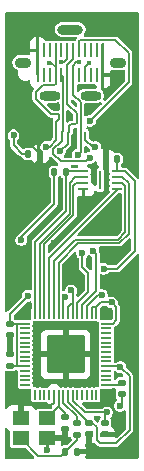
<source format=gbr>
%TF.GenerationSoftware,KiCad,Pcbnew,9.0.2*%
%TF.CreationDate,2026-02-12T21:33:35-08:00*%
%TF.ProjectId,RP2040_minimal_r2,52503230-3430-45f6-9d69-6e696d616c5f,REV2*%
%TF.SameCoordinates,Original*%
%TF.FileFunction,Copper,L1,Top*%
%TF.FilePolarity,Positive*%
%FSLAX46Y46*%
G04 Gerber Fmt 4.6, Leading zero omitted, Abs format (unit mm)*
G04 Created by KiCad (PCBNEW 9.0.2) date 2026-02-12 21:33:35*
%MOMM*%
%LPD*%
G01*
G04 APERTURE LIST*
G04 Aperture macros list*
%AMRoundRect*
0 Rectangle with rounded corners*
0 $1 Rounding radius*
0 $2 $3 $4 $5 $6 $7 $8 $9 X,Y pos of 4 corners*
0 Add a 4 corners polygon primitive as box body*
4,1,4,$2,$3,$4,$5,$6,$7,$8,$9,$2,$3,0*
0 Add four circle primitives for the rounded corners*
1,1,$1+$1,$2,$3*
1,1,$1+$1,$4,$5*
1,1,$1+$1,$6,$7*
1,1,$1+$1,$8,$9*
0 Add four rect primitives between the rounded corners*
20,1,$1+$1,$2,$3,$4,$5,0*
20,1,$1+$1,$4,$5,$6,$7,0*
20,1,$1+$1,$6,$7,$8,$9,0*
20,1,$1+$1,$8,$9,$2,$3,0*%
G04 Aperture macros list end*
%TA.AperFunction,SMDPad,CuDef*%
%ADD10RoundRect,0.140000X-0.170000X0.140000X-0.170000X-0.140000X0.170000X-0.140000X0.170000X0.140000X0*%
%TD*%
%TA.AperFunction,SMDPad,CuDef*%
%ADD11R,0.280000X1.200000*%
%TD*%
%TA.AperFunction,ComponentPad*%
%ADD12O,1.400000X0.900000*%
%TD*%
%TA.AperFunction,ComponentPad*%
%ADD13O,2.200000X0.800000*%
%TD*%
%TA.AperFunction,ComponentPad*%
%ADD14O,1.800000X0.800000*%
%TD*%
%TA.AperFunction,SMDPad,CuDef*%
%ADD15RoundRect,0.140000X0.170000X-0.140000X0.170000X0.140000X-0.170000X0.140000X-0.170000X-0.140000X0*%
%TD*%
%TA.AperFunction,SMDPad,CuDef*%
%ADD16RoundRect,0.140000X0.140000X0.170000X-0.140000X0.170000X-0.140000X-0.170000X0.140000X-0.170000X0*%
%TD*%
%TA.AperFunction,SMDPad,CuDef*%
%ADD17RoundRect,0.135000X-0.135000X-0.185000X0.135000X-0.185000X0.135000X0.185000X-0.135000X0.185000X0*%
%TD*%
%TA.AperFunction,SMDPad,CuDef*%
%ADD18RoundRect,0.062500X-0.387500X-0.062500X0.387500X-0.062500X0.387500X0.062500X-0.387500X0.062500X0*%
%TD*%
%TA.AperFunction,HeatsinkPad*%
%ADD19R,0.200000X1.600000*%
%TD*%
%TA.AperFunction,SMDPad,CuDef*%
%ADD20RoundRect,0.050000X-0.387500X-0.050000X0.387500X-0.050000X0.387500X0.050000X-0.387500X0.050000X0*%
%TD*%
%TA.AperFunction,SMDPad,CuDef*%
%ADD21RoundRect,0.050000X-0.050000X-0.387500X0.050000X-0.387500X0.050000X0.387500X-0.050000X0.387500X0*%
%TD*%
%TA.AperFunction,ComponentPad*%
%ADD22C,0.600000*%
%TD*%
%TA.AperFunction,SMDPad,CuDef*%
%ADD23RoundRect,0.144000X-1.456000X-1.456000X1.456000X-1.456000X1.456000X1.456000X-1.456000X1.456000X0*%
%TD*%
%TA.AperFunction,SMDPad,CuDef*%
%ADD24RoundRect,0.140000X-0.140000X-0.170000X0.140000X-0.170000X0.140000X0.170000X-0.140000X0.170000X0*%
%TD*%
%TA.AperFunction,SMDPad,CuDef*%
%ADD25R,1.400000X1.200000*%
%TD*%
%TA.AperFunction,SMDPad,CuDef*%
%ADD26RoundRect,0.135000X-0.185000X0.135000X-0.185000X-0.135000X0.185000X-0.135000X0.185000X0.135000X0*%
%TD*%
%TA.AperFunction,ViaPad*%
%ADD27C,0.600000*%
%TD*%
%TA.AperFunction,ViaPad*%
%ADD28C,0.450000*%
%TD*%
%TA.AperFunction,ViaPad*%
%ADD29C,0.800000*%
%TD*%
%TA.AperFunction,Conductor*%
%ADD30C,0.200000*%
%TD*%
%TA.AperFunction,Conductor*%
%ADD31C,0.150000*%
%TD*%
%TA.AperFunction,Conductor*%
%ADD32C,0.250000*%
%TD*%
G04 APERTURE END LIST*
D10*
%TO.P,R8,1*%
%TO.N,/GPIO18*%
X3230000Y9480000D03*
%TO.P,R8,2*%
%TO.N,Net-(D1-A)*%
X3230000Y8520000D03*
%TD*%
D11*
%TO.P,1,B12,GND*%
%TO.N,GND*%
X-3869500Y37660000D03*
%TO.P,1,B11,SSRXP1*%
%TO.N,unconnected-(1-SSRXP1-PadB11)*%
X-3369500Y37660000D03*
%TO.P,1,B10,SSRXN1*%
%TO.N,unconnected-(1-SSRXN1-PadB10)*%
X-2869500Y37660000D03*
%TO.P,1,B9,VBUS*%
%TO.N,VBUS*%
X-2370000Y37660000D03*
%TO.P,1,B8,SBU2*%
%TO.N,unconnected-(1-SBU2-PadB8)*%
X-1869500Y37660000D03*
%TO.P,1,B7,DN2*%
%TO.N,/USB_D-*%
X-1369500Y37660000D03*
%TO.P,1,B6,DP2*%
%TO.N,/USB_D+*%
X-869500Y37660000D03*
%TO.P,1,B5,CC2*%
%TO.N,Net-(1-CC2)*%
X-369500Y37660000D03*
%TO.P,1,B4,VBUS*%
%TO.N,unconnected-(1-VBUS-PadB4)*%
X130500Y37660000D03*
%TO.P,1,B3,SSTXN2*%
%TO.N,unconnected-(1-SSTXN2-PadB3)*%
X630500Y37660000D03*
%TO.P,1,B2,SSTXP2*%
%TO.N,unconnected-(1-SSTXP2-PadB2)*%
X1130500Y37660000D03*
%TO.P,1,B1,GND*%
%TO.N,GND*%
X1630500Y37660000D03*
%TO.P,1,A12,GND*%
X1630000Y35560000D03*
%TO.P,1,A11,SSRXP2*%
%TO.N,unconnected-(1-SSRXP2-PadA11)*%
X1130000Y35560000D03*
%TO.P,1,A10,SSRXN2*%
%TO.N,unconnected-(1-SSRXN2-PadA10)*%
X630000Y35560000D03*
%TO.P,1,A9,VBUS*%
%TO.N,VBUS*%
X130000Y35560000D03*
%TO.P,1,A8,SBU1*%
%TO.N,unconnected-(1-SBU1-PadA8)*%
X-370000Y35560000D03*
%TO.P,1,A7,DN1*%
%TO.N,/USB_D-*%
X-870000Y35560000D03*
%TO.P,1,A6,DP1*%
%TO.N,/USB_D+*%
X-1370000Y35560000D03*
%TO.P,1,A5,CC1*%
%TO.N,Net-(1-CC1)*%
X-1870000Y35560000D03*
%TO.P,1,A4,VBUS*%
%TO.N,VBUS*%
X-2370000Y35560000D03*
%TO.P,1,A3,SSTXN1*%
%TO.N,unconnected-(1-SSTXN1-PadA3)*%
X-2870000Y35560000D03*
%TO.P,1,A2,SSTXP1*%
%TO.N,unconnected-(1-SSTXP1-PadA2)*%
X-3370000Y35560000D03*
%TO.P,1,A1,GND*%
%TO.N,GND*%
X-3868000Y35560000D03*
D12*
%TO.P,1,5,5*%
%TO.N,unconnected-(1-Pad5)*%
X2880000Y36610000D03*
%TO.P,1,4,4*%
%TO.N,unconnected-(1-Pad4)*%
X-5120000Y36610000D03*
D13*
%TO.P,1,3,3*%
%TO.N,unconnected-(1-Pad3)*%
X-1120000Y39410000D03*
D14*
%TO.P,1,2,2*%
%TO.N,unconnected-(1-Pad2)*%
X-2870000Y33810000D03*
%TO.P,1,1,1*%
%TO.N,unconnected-(1-Pad1)*%
X630000Y33810000D03*
%TD*%
D15*
%TO.P,C13,1*%
%TO.N,+3V3*%
X-6217500Y10947162D03*
%TO.P,C13,2*%
%TO.N,GND*%
X-6217500Y11907162D03*
%TD*%
D16*
%TO.P,C5,1*%
%TO.N,+3V3*%
X2850000Y28440000D03*
%TO.P,C5,2*%
%TO.N,GND*%
X1890000Y28440000D03*
%TD*%
D17*
%TO.P,R2,1*%
%TO.N,+3V3*%
X-2490000Y27340000D03*
%TO.P,R2,2*%
%TO.N,/QSPI_SS*%
X-1470000Y27340000D03*
%TD*%
D18*
%TO.P,U2,1,~{CS}*%
%TO.N,/QSPI_SS*%
X-15000Y27400000D03*
%TO.P,U2,2,DO(IO1)*%
%TO.N,/QSPI_SD1*%
X-15000Y26900000D03*
%TO.P,U2,3,IO2*%
%TO.N,/QSPI_SD2*%
X-15000Y26400000D03*
%TO.P,U2,4,GND*%
%TO.N,GND*%
X-15000Y25900000D03*
%TO.P,U2,5,DI(IO0)*%
%TO.N,/QSPI_SD0*%
X2835000Y25900000D03*
%TO.P,U2,6,CLK*%
%TO.N,/QSPI_SCLK*%
X2835000Y26400000D03*
%TO.P,U2,7,IO3*%
%TO.N,/QSPI_SD3*%
X2835000Y26900000D03*
%TO.P,U2,8,VCC*%
%TO.N,+3V3*%
X2835000Y27400000D03*
D19*
%TO.P,U2,9*%
%TO.N,N/C*%
X1410000Y26650000D03*
%TD*%
D10*
%TO.P,C14,1*%
%TO.N,+3V3*%
X470000Y6120000D03*
%TO.P,C14,2*%
%TO.N,GND*%
X470000Y5160000D03*
%TD*%
%TO.P,C7,1*%
%TO.N,+1V1*%
X1836725Y6084163D03*
%TO.P,C7,2*%
%TO.N,GND*%
X1836725Y5124163D03*
%TD*%
%TO.P,C11,1*%
%TO.N,+3V3*%
X-6217500Y14497162D03*
%TO.P,C11,2*%
%TO.N,GND*%
X-6217500Y13537162D03*
%TD*%
D20*
%TO.P,U3,1,IOVDD*%
%TO.N,+3V3*%
X-4947500Y14507162D03*
%TO.P,U3,2,GPIO0*%
%TO.N,/GPIO0*%
X-4947500Y14107162D03*
%TO.P,U3,3,GPIO1*%
%TO.N,/GPIO1*%
X-4947500Y13707162D03*
%TO.P,U3,4,GPIO2*%
%TO.N,/GPIO2*%
X-4947500Y13307162D03*
%TO.P,U3,5,GPIO3*%
%TO.N,/GPIO3*%
X-4947500Y12907162D03*
%TO.P,U3,6,GPIO4*%
%TO.N,/GPIO4*%
X-4947500Y12507162D03*
%TO.P,U3,7,GPIO5*%
%TO.N,/GPIO5*%
X-4947500Y12107162D03*
%TO.P,U3,8,GPIO6*%
%TO.N,/GPIO6*%
X-4947500Y11707162D03*
%TO.P,U3,9,GPIO7*%
%TO.N,/GPIO7*%
X-4947500Y11307162D03*
%TO.P,U3,10,IOVDD*%
%TO.N,+3V3*%
X-4947500Y10907162D03*
%TO.P,U3,11,GPIO8*%
%TO.N,/GPIO8*%
X-4947500Y10507162D03*
%TO.P,U3,12,GPIO9*%
%TO.N,/GPIO9*%
X-4947500Y10107162D03*
%TO.P,U3,13,GPIO10*%
%TO.N,/GPIO10*%
X-4947500Y9707162D03*
%TO.P,U3,14,GPIO11*%
%TO.N,/GPIO11*%
X-4947500Y9307162D03*
D21*
%TO.P,U3,15,GPIO12*%
%TO.N,/GPIO12*%
X-4110000Y8469662D03*
%TO.P,U3,16,GPIO13*%
%TO.N,/GPIO13*%
X-3710000Y8469662D03*
%TO.P,U3,17,GPIO14*%
%TO.N,/GPIO14*%
X-3310000Y8469662D03*
%TO.P,U3,18,GPIO15*%
%TO.N,/GPIO15*%
X-2910000Y8469662D03*
%TO.P,U3,19,TESTEN*%
%TO.N,GND*%
X-2510000Y8469662D03*
%TO.P,U3,20,XIN*%
%TO.N,/XIN*%
X-2110000Y8469662D03*
%TO.P,U3,21,XOUT*%
%TO.N,/XOUT*%
X-1710000Y8469662D03*
%TO.P,U3,22,IOVDD*%
%TO.N,+3V3*%
X-1310000Y8469662D03*
%TO.P,U3,23,DVDD*%
%TO.N,+1V1*%
X-910000Y8469662D03*
%TO.P,U3,24,SWCLK*%
%TO.N,/SWCLK*%
X-510000Y8469662D03*
%TO.P,U3,25,SWD*%
%TO.N,/SWD*%
X-110000Y8469662D03*
%TO.P,U3,26,RUN*%
%TO.N,/RUN*%
X290000Y8469662D03*
%TO.P,U3,27,GPIO16*%
%TO.N,/GPIO16*%
X690000Y8469662D03*
%TO.P,U3,28,GPIO17*%
%TO.N,/GPIO17*%
X1090000Y8469662D03*
D20*
%TO.P,U3,29,GPIO18*%
%TO.N,/GPIO18*%
X1927500Y9307162D03*
%TO.P,U3,30,GPIO19*%
%TO.N,/GPIO19*%
X1927500Y9707162D03*
%TO.P,U3,31,GPIO20*%
%TO.N,/GPIO20*%
X1927500Y10107162D03*
%TO.P,U3,32,GPIO21*%
%TO.N,/GPIO21*%
X1927500Y10507162D03*
%TO.P,U3,33,IOVDD*%
%TO.N,+3V3*%
X1927500Y10907162D03*
%TO.P,U3,34,GPIO22*%
%TO.N,/GPIO22*%
X1927500Y11307162D03*
%TO.P,U3,35,GPIO23*%
%TO.N,/GPIO23*%
X1927500Y11707162D03*
%TO.P,U3,36,GPIO24*%
%TO.N,/GPIO24*%
X1927500Y12107162D03*
%TO.P,U3,37,GPIO25*%
%TO.N,/GPIO25*%
X1927500Y12507162D03*
%TO.P,U3,38,GPIO26_ADC0*%
%TO.N,/GPIO26_ADC0*%
X1927500Y12907162D03*
%TO.P,U3,39,GPIO27_ADC1*%
%TO.N,/GPIO27_ADC1*%
X1927500Y13307162D03*
%TO.P,U3,40,GPIO28_ADC2*%
%TO.N,/GPIO28_ADC2*%
X1927500Y13707162D03*
%TO.P,U3,41,GPIO29_ADC3*%
%TO.N,/GPIO29_ADC3*%
X1927500Y14107162D03*
%TO.P,U3,42,IOVDD*%
%TO.N,+3V3*%
X1927500Y14507162D03*
D21*
%TO.P,U3,43,ADC_AVDD*%
X1090000Y15344662D03*
%TO.P,U3,44,VREG_IN*%
X690000Y15344662D03*
%TO.P,U3,45,VREG_VOUT*%
%TO.N,+1V1*%
X290000Y15344662D03*
%TO.P,U3,46,USB_DM*%
%TO.N,Net-(U3-USB_DM)*%
X-110000Y15344662D03*
%TO.P,U3,47,USB_DP*%
%TO.N,Net-(U3-USB_DP)*%
X-510000Y15344662D03*
%TO.P,U3,48,USB_VDD*%
%TO.N,+3V3*%
X-910000Y15344662D03*
%TO.P,U3,49,IOVDD*%
X-1310000Y15344662D03*
%TO.P,U3,50,DVDD*%
%TO.N,+1V1*%
X-1710000Y15344662D03*
%TO.P,U3,51,QSPI_SD3*%
%TO.N,/QSPI_SD3*%
X-2110000Y15344662D03*
%TO.P,U3,52,QSPI_SCLK*%
%TO.N,/QSPI_SCLK*%
X-2510000Y15344662D03*
%TO.P,U3,53,QSPI_SD0*%
%TO.N,/QSPI_SD0*%
X-2910000Y15344662D03*
%TO.P,U3,54,QSPI_SD2*%
%TO.N,/QSPI_SD2*%
X-3310000Y15344662D03*
%TO.P,U3,55,QSPI_SD1*%
%TO.N,/QSPI_SD1*%
X-3710000Y15344662D03*
%TO.P,U3,56,QSPI_SS*%
%TO.N,/QSPI_SS*%
X-4110000Y15344662D03*
D22*
%TO.P,U3,57,GND*%
%TO.N,GND*%
X-2785000Y13182162D03*
X-2785000Y11907162D03*
X-2785000Y10632162D03*
X-1510000Y13182162D03*
X-1510000Y11907162D03*
D23*
X-1510000Y11907162D03*
D22*
X-1510000Y10632162D03*
X-235000Y13182162D03*
X-235000Y11907162D03*
X-235000Y10632162D03*
%TD*%
D10*
%TO.P,C2,1*%
%TO.N,/XIN*%
X-1570000Y6570000D03*
%TO.P,C2,2*%
%TO.N,GND*%
X-1570000Y5610000D03*
%TD*%
D24*
%TO.P,C3,1*%
%TO.N,Net-(C3-Pad1)*%
X-1530000Y3680000D03*
%TO.P,C3,2*%
%TO.N,GND*%
X-570000Y3680000D03*
%TD*%
D25*
%TO.P,Y1,1,1*%
%TO.N,/XIN*%
X-3120000Y6500000D03*
%TO.P,Y1,2,2*%
%TO.N,GND*%
X-5320000Y6500000D03*
%TO.P,Y1,3,3*%
%TO.N,Net-(C3-Pad1)*%
X-5320000Y4800000D03*
%TO.P,Y1,4,4*%
%TO.N,GND*%
X-3120000Y4800000D03*
%TD*%
D17*
%TO.P,R6,1*%
%TO.N,Net-(1-CC2)*%
X-4700000Y28870000D03*
%TO.P,R6,2*%
%TO.N,GND*%
X-3680000Y28870000D03*
%TD*%
D26*
%TO.P,R5,1*%
%TO.N,/XOUT*%
X-540000Y6130000D03*
%TO.P,R5,2*%
%TO.N,Net-(C3-Pad1)*%
X-540000Y5110000D03*
%TD*%
D27*
%TO.N,Net-(1-CC2)*%
X565000Y31685000D03*
%TO.N,Net-(D1-A)*%
X3100000Y7550000D03*
D28*
%TO.N,VBUS*%
X-2950000Y36610000D03*
X480000Y36590000D03*
%TO.N,/USB_D-*%
X-380000Y36620000D03*
X-1880000Y36620000D03*
D27*
%TO.N,GND*%
X-5710000Y8120000D03*
X-5300000Y3380000D03*
X2550000Y3490000D03*
D29*
X-6190000Y33610000D03*
X-5700000Y24660000D03*
D27*
X4300000Y29030000D03*
X-6217500Y12717162D03*
X-1110000Y19500000D03*
D29*
X3960000Y3730000D03*
D27*
X1370000Y3680000D03*
X-3120000Y3830000D03*
D29*
X1250000Y22570000D03*
D27*
X-2490000Y21300000D03*
X4370000Y27820000D03*
X470000Y4260000D03*
X-4820000Y18130000D03*
X-1560000Y4720000D03*
X-4970000Y18970000D03*
D29*
X3690000Y17680000D03*
X4220000Y32290000D03*
X-5560000Y28320000D03*
D27*
%TO.N,VBUS*%
X-3151795Y29491386D03*
X1005000Y29455000D03*
%TO.N,+3V3*%
X3122500Y10827162D03*
X2386179Y16313144D03*
X-5260000Y21590000D03*
X-4710000Y16870000D03*
X-1051500Y17317162D03*
X1700000Y19150000D03*
%TO.N,+1V1*%
X-1577500Y16737162D03*
X1982500Y6989163D03*
X1562500Y16927162D03*
%TO.N,Net-(U3-USB_DP)*%
X-120000Y20470000D03*
%TO.N,Net-(U3-USB_DM)*%
X830000Y20670000D03*
%TO.N,/USB_D+*%
X-1995000Y29095000D03*
%TO.N,/USB_D-*%
X-470000Y28790000D03*
%TO.N,Net-(1-CC2)*%
X-5920000Y30450000D03*
%TO.N,Net-(1-CC1)*%
X530000Y28550000D03*
%TD*%
D30*
%TO.N,Net-(1-CC2)*%
X565000Y31685000D02*
X3831000Y34951000D01*
X3831000Y34951000D02*
X3831000Y37381734D01*
X-260500Y38511000D02*
X-369500Y38402000D01*
X3831000Y37381734D02*
X2701734Y38511000D01*
X2701734Y38511000D02*
X-260500Y38511000D01*
X-369500Y38402000D02*
X-369500Y37660000D01*
D31*
%TO.N,VBUS*%
X480000Y36590000D02*
X130000Y36240000D01*
X130000Y36240000D02*
X130000Y35560000D01*
%TO.N,Net-(D1-A)*%
X3230000Y8520000D02*
X3230000Y7680000D01*
X3230000Y7680000D02*
X3100000Y7550000D01*
%TO.N,/GPIO18*%
X1927500Y9307162D02*
X3057162Y9307162D01*
X3057162Y9307162D02*
X3230000Y9480000D01*
%TO.N,VBUS*%
X-2950000Y36610000D02*
X-2728000Y36610000D01*
X-2728000Y36610000D02*
X-2370000Y36252000D01*
X-2370000Y36252000D02*
X-2370000Y35560000D01*
D30*
%TO.N,/USB_D-*%
X-1880000Y36620000D02*
X-1667500Y36620000D01*
X-1667500Y36620000D02*
X-1369500Y36918000D01*
X-1369500Y36918000D02*
X-1369500Y37660000D01*
X-870000Y35560000D02*
X-870000Y36360000D01*
X-870000Y36360000D02*
X-610000Y36620000D01*
X-610000Y36620000D02*
X-380000Y36620000D01*
D31*
%TO.N,GND*%
X1630000Y35560000D02*
X1630000Y37659500D01*
X1630000Y37659500D02*
X1630500Y37660000D01*
X-3868000Y35560000D02*
X-3868000Y37658500D01*
X-3868000Y37658500D02*
X-3869500Y37660000D01*
D30*
%TO.N,VBUS*%
X-3151795Y29491386D02*
X-2878614Y29491386D01*
X-4021000Y34079653D02*
X-3391653Y34709000D01*
X-2878614Y29491386D02*
X-2320000Y30050000D01*
X-2320000Y31599000D02*
X-2070000Y31849000D01*
X-2070000Y32250000D02*
X-2730653Y32250000D01*
X-2479000Y34709000D02*
X-2370000Y34818000D01*
X-2320000Y30050000D02*
X-2320000Y31599000D01*
X-2070000Y31849000D02*
X-2070000Y32250000D01*
X-2730653Y32250000D02*
X-4021000Y33540347D01*
X-4021000Y33540347D02*
X-4021000Y34079653D01*
X-3391653Y34709000D02*
X-2479000Y34709000D01*
X-2370000Y34818000D02*
X-2370000Y35560000D01*
D31*
X-2370000Y35560000D02*
X-2370000Y37660000D01*
%TO.N,Net-(1-CC1)*%
X-1870000Y35560000D02*
X-1744000Y35434000D01*
X-1744000Y35434000D02*
X-1744000Y30804286D01*
X-1744000Y30804286D02*
X-1833000Y30715286D01*
D30*
%TO.N,/USB_D-*%
X-470000Y28790000D02*
X-232000Y29028000D01*
X-870000Y33889347D02*
X-870000Y35560000D01*
X-232000Y29028000D02*
X-232000Y33251347D01*
X-232000Y33251347D02*
X-870000Y33889347D01*
%TO.N,/USB_D+*%
X-1370000Y35560000D02*
X-1370000Y36417500D01*
X-1370000Y36417500D02*
X-869500Y36918000D01*
X-869500Y36918000D02*
X-869500Y37660000D01*
X-583000Y32315286D02*
X-1370000Y33102286D01*
X-1370000Y33102286D02*
X-1370000Y35560000D01*
%TO.N,GND*%
X2760000Y31980000D02*
X2490000Y32250000D01*
D31*
X2360000Y3680000D02*
X2550000Y3490000D01*
D30*
X-6217500Y12717162D02*
X-6217500Y13537162D01*
X-6217500Y11907162D02*
X-6217500Y12717162D01*
D32*
X-1640000Y4800000D02*
X-3120000Y4800000D01*
D30*
X1836725Y5124163D02*
X2621725Y5124163D01*
X2006179Y5145145D02*
X2081179Y5070145D01*
D31*
X-3833000Y30715286D02*
X-3833000Y32065286D01*
D30*
X-5190000Y27950000D02*
X-5560000Y28320000D01*
X-4650000Y30650000D02*
X-4650000Y29840000D01*
D31*
X470000Y4260000D02*
X470000Y5160000D01*
D30*
X-3680000Y28870000D02*
X-3680000Y28490000D01*
D31*
X-2490000Y21300000D02*
X-15000Y23775000D01*
D30*
X-3570000Y32250000D02*
X-3648286Y32250000D01*
X1680000Y29990000D02*
X1890000Y29780000D01*
X-3680000Y28490000D02*
X-4220000Y27950000D01*
D31*
X-5320000Y7410000D02*
X-5320000Y6500000D01*
D30*
X1930000Y30900000D02*
X1930000Y32250000D01*
X1890000Y29780000D02*
X2760000Y30650000D01*
X1680000Y30650000D02*
X1680000Y29990000D01*
X-3648286Y32250000D02*
X-3833000Y32065286D01*
D32*
X-3120000Y3830000D02*
X-3120000Y4800000D01*
X-1560000Y4720000D02*
X-1560000Y5600000D01*
D31*
X-15000Y23775000D02*
X-15000Y25900000D01*
X-2510000Y7830000D02*
X-2730000Y7610000D01*
D32*
X-1560000Y4720000D02*
X-1640000Y4800000D01*
D30*
X1890000Y28440000D02*
X1890000Y29780000D01*
D31*
X-570000Y3680000D02*
X2360000Y3680000D01*
D30*
X2490000Y32250000D02*
X1930000Y32250000D01*
X2760000Y30650000D02*
X2760000Y31980000D01*
D31*
X-4663000Y30715286D02*
X-3833000Y30715286D01*
D30*
X-4650000Y29840000D02*
X-3680000Y28870000D01*
D31*
X-2730000Y7610000D02*
X-5200000Y7610000D01*
X-5200000Y7530000D02*
X-5320000Y7410000D01*
D32*
X-1560000Y5600000D02*
X-1570000Y5610000D01*
D30*
X-4220000Y27950000D02*
X-5190000Y27950000D01*
D31*
X-5200000Y7610000D02*
X-5710000Y8120000D01*
X-2510000Y8469662D02*
X-2510000Y7830000D01*
X-5200000Y7610000D02*
X-5200000Y7530000D01*
D30*
X1680000Y30650000D02*
X1930000Y30900000D01*
%TO.N,VBUS*%
X795000Y29455000D02*
X167000Y30083000D01*
X167000Y30083000D02*
X167000Y30715286D01*
X1005000Y29455000D02*
X795000Y29455000D01*
D31*
%TO.N,/XIN*%
X-2110000Y7510000D02*
X-3120000Y6500000D01*
X-2110000Y7510000D02*
X-2110000Y7480000D01*
X-1570000Y6940000D02*
X-1570000Y6570000D01*
X-2110000Y7480000D02*
X-1570000Y6940000D01*
X-2110000Y8469662D02*
X-2110000Y7510000D01*
%TO.N,/XOUT*%
X-540000Y6658628D02*
X-540000Y6130000D01*
X-1710000Y8469662D02*
X-1710000Y7828628D01*
X-1710000Y7828628D02*
X-540000Y6658628D01*
D30*
%TO.N,+3V3*%
X1448482Y16313144D02*
X2386179Y16313144D01*
X-910000Y15344662D02*
X-910000Y16251662D01*
X730000Y6120000D02*
X470000Y6120000D01*
X3042500Y10907162D02*
X3122500Y10827162D01*
X-910000Y16251662D02*
X-910000Y17175662D01*
X-4947500Y10907162D02*
X-5647500Y10907162D01*
X3490000Y27400000D02*
X2835000Y27400000D01*
X-1051500Y17317162D02*
X-1051500Y17341162D01*
X2386179Y16313144D02*
X2762500Y15936823D01*
X-5647500Y10907162D02*
X-6177500Y10907162D01*
X470000Y6120000D02*
X459662Y6120000D01*
X-5647500Y14442162D02*
X-5592500Y14497162D01*
X-6217500Y14497162D02*
X-5592500Y14497162D01*
X-5260000Y21860000D02*
X-2490000Y24630000D01*
D31*
X690000Y15904662D02*
X740000Y15954662D01*
D30*
X1927500Y10907162D02*
X3042500Y10907162D01*
X1130000Y5720000D02*
X730000Y6120000D01*
X-2490000Y24630000D02*
X-2490000Y27340000D01*
X-1310000Y7889662D02*
X-1310000Y8469662D01*
X3900000Y5508561D02*
X2790602Y4399163D01*
X4340000Y20670000D02*
X4340000Y26550000D01*
X2762500Y14777162D02*
X2492500Y14507162D01*
X2835000Y28425000D02*
X2850000Y28440000D01*
X3900000Y10049662D02*
X3900000Y5508561D01*
X1090000Y15344662D02*
X1090000Y15954662D01*
X1700000Y19150000D02*
X2820000Y19150000D01*
X3122500Y10827162D02*
X3900000Y10049662D01*
X-948338Y16251662D02*
X-910000Y16251662D01*
X2820000Y19150000D02*
X4340000Y20670000D01*
X-5647500Y10907162D02*
X-5647500Y14442162D01*
X-5260000Y21590000D02*
X-5260000Y21860000D01*
X-910000Y17175662D02*
X-1051500Y17317162D01*
X459662Y6120000D02*
X-1310000Y7889662D01*
X1090000Y15954662D02*
X740000Y15954662D01*
X2790602Y4399163D02*
X1392500Y4399163D01*
X-1310000Y15890000D02*
X-948338Y16251662D01*
X-5582500Y14507162D02*
X-5592500Y14497162D01*
X1392500Y4399163D02*
X1130000Y4661663D01*
X-4947500Y14507162D02*
X-5582500Y14507162D01*
X-6217500Y15362500D02*
X-4710000Y16870000D01*
X2762500Y15936823D02*
X2762500Y14777162D01*
X-6217500Y14497162D02*
X-6217500Y15362500D01*
X1090000Y15954662D02*
X1448482Y16313144D01*
X4340000Y26550000D02*
X3490000Y27400000D01*
X-6177500Y10907162D02*
X-6217500Y10947162D01*
X2492500Y14507162D02*
X1927500Y14507162D01*
X-1310000Y15344662D02*
X-1310000Y15890000D01*
D31*
X690000Y15344662D02*
X690000Y15904662D01*
D30*
X2835000Y27400000D02*
X2835000Y28425000D01*
X1130000Y4661663D02*
X1130000Y5720000D01*
D31*
%TO.N,+1V1*%
X290000Y16030340D02*
X1186822Y16927162D01*
D30*
X1982500Y6989163D02*
X86888Y6989163D01*
D31*
X290000Y15344662D02*
X290000Y16030340D01*
D30*
X1836725Y6084163D02*
X1836725Y6843388D01*
X-910000Y7986051D02*
X-910000Y8469662D01*
D31*
X-1710000Y16604662D02*
X-1710000Y15344662D01*
D30*
X86888Y6989163D02*
X-910000Y7986051D01*
D31*
X-1577500Y16737162D02*
X-1710000Y16604662D01*
X1186822Y16927162D02*
X1562500Y16927162D01*
%TO.N,/QSPI_SS*%
X-1410000Y27400000D02*
X-1470000Y27340000D01*
X-4110000Y21410000D02*
X-1470000Y24050000D01*
X-15000Y27400000D02*
X-1410000Y27400000D01*
X-4110000Y21410000D02*
X-4110000Y15344662D01*
X-1470000Y24050000D02*
X-1470000Y27340000D01*
D30*
%TO.N,Net-(U3-USB_DP)*%
X-510000Y15344662D02*
X-510000Y16234662D01*
X410000Y17154662D02*
X410000Y18770000D01*
X-120000Y19300000D02*
X-120000Y20470000D01*
X-510000Y16234662D02*
X410000Y17154662D01*
X410000Y18770000D02*
X-120000Y19300000D01*
%TO.N,Net-(U3-USB_DM)*%
X1060000Y17274662D02*
X1060000Y20440000D01*
X-110000Y16104662D02*
X1060000Y17274662D01*
X1060000Y20440000D02*
X830000Y20670000D01*
X-110000Y15344662D02*
X-110000Y16104662D01*
D31*
%TO.N,/QSPI_SD3*%
X-462000Y21318000D02*
X3029356Y21318000D01*
X3812000Y22100644D02*
X3812000Y26372999D01*
X-2110000Y15344662D02*
X-2110000Y19670000D01*
X3029356Y21318000D02*
X3812000Y22100644D01*
X3812000Y26372999D02*
X3284999Y26900000D01*
X3284999Y26900000D02*
X2835000Y26900000D01*
X-2110000Y19670000D02*
X-462000Y21318000D01*
%TO.N,/QSPI_SCLK*%
X-2510000Y15344662D02*
X-2510000Y19830000D01*
X2904678Y21619000D02*
X3511000Y22225322D01*
X3511000Y22225322D02*
X3511000Y26173999D01*
X3284999Y26400000D02*
X2835000Y26400000D01*
X-721000Y21619000D02*
X2904678Y21619000D01*
X-2510000Y19830000D02*
X-721000Y21619000D01*
X3511000Y26173999D02*
X3284999Y26400000D01*
%TO.N,/QSPI_SD0*%
X-2910000Y20060000D02*
X2835000Y25805000D01*
X-2910000Y20060000D02*
X-2910000Y15344662D01*
X2835000Y25805000D02*
X2835000Y25900000D01*
%TO.N,/QSPI_SD2*%
X-860000Y23680000D02*
X-860000Y26150000D01*
X-3310000Y21230000D02*
X-860000Y23680000D01*
X-860000Y26150000D02*
X-610000Y26400000D01*
X-3310000Y15344662D02*
X-3310000Y21230000D01*
X-610000Y26400000D02*
X-15000Y26400000D01*
%TO.N,/QSPI_SD1*%
X-1169000Y26431000D02*
X-700000Y26900000D01*
X-3710000Y15344662D02*
X-3710000Y21290000D01*
X-700000Y26900000D02*
X-15000Y26900000D01*
X-1169000Y23831000D02*
X-1169000Y26431000D01*
X-3710000Y21290000D02*
X-1169000Y23831000D01*
D30*
%TO.N,/USB_D+*%
X-1196000Y31204000D02*
X-1030000Y31370000D01*
X-1030000Y31370000D02*
X-730000Y31370000D01*
X-1995000Y29095000D02*
X-1333000Y29757000D01*
X-1320000Y30650000D02*
X-1196000Y30774000D01*
X-1333000Y29757000D02*
X-1333000Y30715286D01*
X-1196000Y30774000D02*
X-1196000Y31204000D01*
X-583000Y31517000D02*
X-583000Y32315286D01*
X-730000Y31370000D02*
X-583000Y31517000D01*
D31*
%TO.N,Net-(C3-Pad1)*%
X-2896123Y3310000D02*
X-2902123Y3304000D01*
X-540000Y4670000D02*
X-1530000Y3680000D01*
X-540000Y5110000D02*
X-540000Y4670000D01*
X-2902123Y3304000D02*
X-3337877Y3304000D01*
X-3343877Y3310000D02*
X-3830000Y3310000D01*
X-3830000Y3310000D02*
X-5320000Y4800000D01*
X-1900000Y3310000D02*
X-2896123Y3310000D01*
X-3337877Y3304000D02*
X-3343877Y3310000D01*
X-1530000Y3680000D02*
X-1900000Y3310000D01*
D30*
%TO.N,Net-(1-CC2)*%
X-5189346Y28870000D02*
X-4700000Y28870000D01*
X-5920000Y30450000D02*
X-5920000Y29600654D01*
X-5920000Y29600654D02*
X-5189346Y28870000D01*
%TO.N,Net-(1-CC1)*%
X-1833000Y29987000D02*
X-1833000Y30715286D01*
X530000Y28550000D02*
X219000Y28239000D01*
X219000Y28239000D02*
X-1918232Y28239000D01*
X-2546000Y28866768D02*
X-2546000Y29323232D01*
X-1918232Y28239000D02*
X-2546000Y28866768D01*
X-2223232Y29646000D02*
X-2174000Y29646000D01*
X-2546000Y29323232D02*
X-2223232Y29646000D01*
X-2174000Y29646000D02*
X-1833000Y29987000D01*
%TD*%
%TA.AperFunction,Conductor*%
%TO.N,GND*%
G36*
X-6474297Y5667803D02*
G01*
X-6456233Y5648401D01*
X-6377187Y5542810D01*
X-6270189Y5462710D01*
X-6228318Y5406777D01*
X-6220500Y5363444D01*
X-6220500Y4180248D01*
X-6208869Y4121771D01*
X-6208868Y4121770D01*
X-6164553Y4055448D01*
X-6098231Y4011133D01*
X-6098230Y4011132D01*
X-6039753Y3999501D01*
X-6039750Y3999500D01*
X-6039748Y3999500D01*
X-4960477Y3999500D01*
X-4893438Y3979815D01*
X-4872796Y3963181D01*
X-4201797Y3292181D01*
X-4168312Y3230858D01*
X-4173296Y3161166D01*
X-4215168Y3105233D01*
X-4280632Y3080816D01*
X-4289478Y3080500D01*
X-6555500Y3080500D01*
X-6622539Y3100185D01*
X-6668294Y3152989D01*
X-6679500Y3204500D01*
X-6679500Y5574090D01*
X-6659815Y5641129D01*
X-6607011Y5686884D01*
X-6537853Y5696828D01*
X-6474297Y5667803D01*
G37*
%TD.AperFunction*%
%TA.AperFunction,Conductor*%
G36*
X4638834Y20441349D02*
G01*
X4694767Y20399477D01*
X4719184Y20334013D01*
X4719500Y20325167D01*
X4719500Y3204500D01*
X4699815Y3137461D01*
X4647011Y3091706D01*
X4595500Y3080500D01*
X275808Y3080500D01*
X208769Y3100185D01*
X163014Y3152989D01*
X153070Y3222147D01*
X159901Y3246301D01*
X159856Y3246314D01*
X161696Y3252648D01*
X162007Y3253747D01*
X162032Y3253807D01*
X207144Y3409082D01*
X207145Y3409088D01*
X208790Y3430000D01*
X-446000Y3430000D01*
X-513039Y3449685D01*
X-558794Y3502489D01*
X-570000Y3554000D01*
X-570000Y3806000D01*
X-550315Y3873039D01*
X-497511Y3918794D01*
X-446000Y3930000D01*
X208790Y3930000D01*
X207145Y3950911D01*
X162032Y4106194D01*
X110131Y4193952D01*
X92948Y4261676D01*
X115107Y4327939D01*
X169573Y4371702D01*
X217970Y4379334D01*
X220000Y4381210D01*
X220000Y5036000D01*
X239685Y5103039D01*
X292489Y5148794D01*
X344000Y5160000D01*
X470000Y5160000D01*
X470000Y5286000D01*
X472550Y5294686D01*
X471262Y5303647D01*
X482240Y5327688D01*
X489685Y5353039D01*
X496525Y5358967D01*
X500287Y5367203D01*
X522521Y5381493D01*
X542489Y5398794D01*
X553003Y5401082D01*
X559065Y5404977D01*
X594000Y5410000D01*
X705500Y5410000D01*
X772539Y5390315D01*
X818294Y5337511D01*
X829500Y5286000D01*
X829500Y5034000D01*
X809815Y4966961D01*
X757011Y4921206D01*
X724031Y4914032D01*
X720000Y4910000D01*
X720000Y4381211D01*
X740913Y4382856D01*
X858728Y4417083D01*
X928598Y4416884D01*
X981004Y4385688D01*
X1152040Y4214652D01*
X1207989Y4158703D01*
X1207991Y4158702D01*
X1207995Y4158699D01*
X1252120Y4133224D01*
X1276511Y4119142D01*
X1352938Y4098663D01*
X1352940Y4098663D01*
X2830162Y4098663D01*
X2830164Y4098663D01*
X2906591Y4119142D01*
X2975113Y4158703D01*
X3031062Y4214652D01*
X4140460Y5324050D01*
X4180022Y5392573D01*
X4200500Y5468999D01*
X4200500Y5548123D01*
X4200500Y10089224D01*
X4180021Y10165651D01*
X4164017Y10193371D01*
X4140464Y10234167D01*
X4140458Y10234175D01*
X3659319Y10715314D01*
X3625834Y10776637D01*
X3623000Y10802995D01*
X3623000Y10893052D01*
X3623000Y10893054D01*
X3588892Y11020348D01*
X3523000Y11134476D01*
X3429814Y11227662D01*
X3338901Y11280151D01*
X3315687Y11293554D01*
X3252039Y11310608D01*
X3188392Y11327662D01*
X3056608Y11327662D01*
X2929312Y11293554D01*
X2859571Y11253289D01*
X2815186Y11227662D01*
X2815184Y11227661D01*
X2809321Y11224275D01*
X2793831Y11220125D01*
X2782255Y11212685D01*
X2747320Y11207662D01*
X2689500Y11207662D01*
X2622461Y11227347D01*
X2576706Y11280151D01*
X2565500Y11331662D01*
X2565500Y11381839D01*
X2565499Y11381841D01*
X2550968Y11454895D01*
X2550966Y11454898D01*
X2550966Y11454902D01*
X2550963Y11454906D01*
X2548977Y11459701D01*
X2541504Y11529170D01*
X2548977Y11554623D01*
X2550962Y11559417D01*
X2550966Y11559422D01*
X2565500Y11632488D01*
X2565500Y11781836D01*
X2565500Y11781839D01*
X2565499Y11781841D01*
X2550968Y11854895D01*
X2550966Y11854898D01*
X2550966Y11854902D01*
X2550963Y11854906D01*
X2548977Y11859701D01*
X2541504Y11929170D01*
X2548977Y11954623D01*
X2550962Y11959417D01*
X2550966Y11959422D01*
X2565500Y12032488D01*
X2565500Y12181836D01*
X2565500Y12181839D01*
X2565499Y12181841D01*
X2550968Y12254895D01*
X2550966Y12254898D01*
X2550966Y12254902D01*
X2550963Y12254906D01*
X2548977Y12259701D01*
X2541504Y12329170D01*
X2548977Y12354623D01*
X2550962Y12359417D01*
X2550966Y12359422D01*
X2565500Y12432488D01*
X2565500Y12581836D01*
X2565500Y12581839D01*
X2565499Y12581841D01*
X2550968Y12654895D01*
X2550966Y12654898D01*
X2550966Y12654902D01*
X2550963Y12654906D01*
X2548977Y12659701D01*
X2541504Y12729170D01*
X2548977Y12754623D01*
X2550962Y12759417D01*
X2550966Y12759422D01*
X2565500Y12832488D01*
X2565500Y12981836D01*
X2565500Y12981839D01*
X2565499Y12981841D01*
X2550968Y13054895D01*
X2550966Y13054898D01*
X2550966Y13054902D01*
X2550963Y13054906D01*
X2548977Y13059701D01*
X2541504Y13129170D01*
X2548977Y13154623D01*
X2550962Y13159417D01*
X2550966Y13159422D01*
X2565500Y13232488D01*
X2565500Y13381836D01*
X2565500Y13381839D01*
X2565499Y13381841D01*
X2550968Y13454895D01*
X2550966Y13454898D01*
X2550966Y13454902D01*
X2550963Y13454906D01*
X2548977Y13459701D01*
X2541504Y13529170D01*
X2548977Y13554623D01*
X2550962Y13559417D01*
X2550966Y13559422D01*
X2565500Y13632488D01*
X2565500Y13781836D01*
X2565500Y13781839D01*
X2565499Y13781841D01*
X2550968Y13854895D01*
X2550966Y13854898D01*
X2550966Y13854902D01*
X2550963Y13854906D01*
X2548977Y13859701D01*
X2540363Y13921467D01*
X2543467Y13948201D01*
X2550966Y13959422D01*
X2565500Y14032488D01*
X2565500Y14137906D01*
X2566328Y14145035D01*
X2577283Y14170859D01*
X2585185Y14197769D01*
X2591086Y14203397D01*
X2593615Y14209356D01*
X2606673Y14218260D01*
X2627499Y14238117D01*
X2677011Y14266702D01*
X2732960Y14322651D01*
X3002960Y14592651D01*
X3042522Y14661174D01*
X3063000Y14737600D01*
X3063000Y14816724D01*
X3063000Y15976385D01*
X3042521Y16052812D01*
X3042517Y16052819D01*
X3002964Y16121328D01*
X3002958Y16121336D01*
X2922998Y16201296D01*
X2889513Y16262619D01*
X2886679Y16288977D01*
X2886679Y16379034D01*
X2886679Y16379036D01*
X2852571Y16506330D01*
X2786679Y16620458D01*
X2693493Y16713644D01*
X2619119Y16756584D01*
X2579366Y16779536D01*
X2487660Y16804108D01*
X2452071Y16813644D01*
X2320287Y16813644D01*
X2320285Y16813644D01*
X2219092Y16786530D01*
X2149242Y16788193D01*
X2091380Y16827356D01*
X2063877Y16891585D01*
X2063000Y16906305D01*
X2063000Y16993052D01*
X2063000Y16993054D01*
X2028892Y17120348D01*
X1963000Y17234476D01*
X1869814Y17327662D01*
X1795617Y17370500D01*
X1755687Y17393554D01*
X1692039Y17410608D01*
X1628392Y17427662D01*
X1496608Y17427662D01*
X1488481Y17427662D01*
X1488481Y17430102D01*
X1431647Y17438966D01*
X1379392Y17485347D01*
X1360500Y17551138D01*
X1360500Y18561214D01*
X1380185Y18628253D01*
X1432989Y18674008D01*
X1502147Y18683952D01*
X1516569Y18680994D01*
X1634108Y18649500D01*
X1634111Y18649500D01*
X1765890Y18649500D01*
X1765892Y18649500D01*
X1893186Y18683608D01*
X2007314Y18749500D01*
X2070995Y18813181D01*
X2132318Y18846666D01*
X2158676Y18849500D01*
X2859560Y18849500D01*
X2859562Y18849500D01*
X2935989Y18869979D01*
X3004511Y18909540D01*
X3060460Y18965489D01*
X4507819Y20412848D01*
X4569142Y20446333D01*
X4638834Y20441349D01*
G37*
%TD.AperFunction*%
%TA.AperFunction,Conductor*%
G36*
X-1376961Y5590315D02*
G01*
X-1331206Y5537511D01*
X-1320000Y5486000D01*
X-1320000Y4831211D01*
X-1299090Y4832855D01*
X-1163196Y4872335D01*
X-1136281Y4872258D01*
X-1109604Y4875794D01*
X-1101872Y4872160D01*
X-1093327Y4872135D01*
X-1070729Y4857520D01*
X-1046372Y4846071D01*
X-1040168Y4837756D01*
X-1034657Y4834192D01*
X-1023554Y4819144D01*
X-1019472Y4812635D01*
X-1004065Y4779596D01*
X-989807Y4765338D01*
X-982357Y4753460D01*
X-976533Y4732784D01*
X-966239Y4713932D01*
X-967249Y4699823D01*
X-963413Y4686208D01*
X-969691Y4665669D01*
X-971223Y4644240D01*
X-980789Y4629356D01*
X-983835Y4619389D01*
X-991212Y4613139D01*
X-999724Y4599893D01*
X-1372798Y4226819D01*
X-1434121Y4193334D01*
X-1460479Y4190500D01*
X-1709895Y4190500D01*
X-1726429Y4188324D01*
X-1759487Y4183972D01*
X-1759490Y4183972D01*
X-1759497Y4183970D01*
X-1761312Y4183441D01*
X-1763482Y4183446D01*
X-1768894Y4182733D01*
X-1768990Y4183457D01*
X-1831181Y4183586D01*
X-1889881Y4221482D01*
X-1918774Y4285097D01*
X-1920000Y4302490D01*
X-1920000Y4550000D01*
X-2996000Y4550000D01*
X-3063039Y4569685D01*
X-3108794Y4622489D01*
X-3120000Y4674000D01*
X-3120000Y4926000D01*
X-3100315Y4993039D01*
X-3047511Y5038794D01*
X-2996000Y5050000D01*
X-1820000Y5050000D01*
X-1820000Y5486000D01*
X-1800315Y5553039D01*
X-1747511Y5598794D01*
X-1696000Y5610000D01*
X-1444000Y5610000D01*
X-1376961Y5590315D01*
G37*
%TD.AperFunction*%
%TA.AperFunction,Conductor*%
G36*
X2730007Y9011977D02*
G01*
X2775762Y8959173D01*
X2785706Y8890015D01*
X2775350Y8855257D01*
X2726027Y8749486D01*
X2719500Y8699903D01*
X2719500Y8340106D01*
X2719501Y8340100D01*
X2726028Y8290513D01*
X2726029Y8290511D01*
X2726029Y8290510D01*
X2776776Y8181684D01*
X2814896Y8143563D01*
X2848380Y8082240D01*
X2843395Y8012548D01*
X2801523Y7956615D01*
X2795344Y7952540D01*
X2792683Y7950498D01*
X2699502Y7857317D01*
X2699500Y7857314D01*
X2633608Y7743188D01*
X2619249Y7689598D01*
X2599500Y7615892D01*
X2599500Y7484108D01*
X2611374Y7439795D01*
X2633609Y7356811D01*
X2634379Y7354952D01*
X2634560Y7353260D01*
X2635712Y7348963D01*
X2635041Y7348784D01*
X2637381Y7327006D01*
X2648254Y7321400D01*
X2655725Y7311900D01*
X2659239Y7309460D01*
X2670070Y7293659D01*
X2699500Y7242686D01*
X2792686Y7149500D01*
X2906814Y7083608D01*
X3034108Y7049500D01*
X3034110Y7049500D01*
X3165890Y7049500D01*
X3165892Y7049500D01*
X3293186Y7083608D01*
X3407314Y7149500D01*
X3407316Y7149503D01*
X3413499Y7153072D01*
X3481399Y7169545D01*
X3547426Y7146693D01*
X3590617Y7091772D01*
X3599500Y7045685D01*
X3599500Y5684394D01*
X3579815Y5617355D01*
X3563181Y5596713D01*
X2827784Y4861317D01*
X2766461Y4827832D01*
X2696769Y4832816D01*
X2641454Y4874163D01*
X1554500Y4874163D01*
X1487461Y4893848D01*
X1441706Y4946652D01*
X1430500Y4998163D01*
X1430500Y5250163D01*
X1450185Y5317202D01*
X1502989Y5362957D01*
X1554500Y5374163D01*
X2641229Y5374163D01*
X2598756Y5520359D01*
X2516446Y5659538D01*
X2516439Y5659547D01*
X2402106Y5773880D01*
X2395942Y5778661D01*
X2397458Y5780616D01*
X2358088Y5822785D01*
X2345587Y5891528D01*
X2345951Y5894587D01*
X2347225Y5904262D01*
X2347224Y6264063D01*
X2340697Y6313650D01*
X2289949Y6422479D01*
X2289948Y6422480D01*
X2289948Y6422481D01*
X2283727Y6431365D01*
X2286202Y6433099D01*
X2260985Y6479281D01*
X2265969Y6548973D01*
X2294466Y6593316D01*
X2383000Y6681849D01*
X2448892Y6795977D01*
X2483000Y6923271D01*
X2483000Y7055055D01*
X2448892Y7182349D01*
X2448890Y7182353D01*
X2448123Y7184206D01*
X2447941Y7185896D01*
X2446788Y7190200D01*
X2447459Y7190380D01*
X2445223Y7211181D01*
X2444268Y7215118D01*
X2423256Y7229709D01*
X2412427Y7245508D01*
X2400220Y7266651D01*
X2383000Y7296477D01*
X2289814Y7389663D01*
X2227031Y7425911D01*
X2175687Y7455555D01*
X2112039Y7472609D01*
X2048392Y7489663D01*
X1916608Y7489663D01*
X1789312Y7455555D01*
X1675186Y7389663D01*
X1675183Y7389661D01*
X1611505Y7325982D01*
X1550182Y7292497D01*
X1523824Y7289663D01*
X262721Y7289663D01*
X195682Y7309348D01*
X175040Y7325982D01*
X-118959Y7619981D01*
X-152444Y7681304D01*
X-147460Y7750996D01*
X-105588Y7806929D01*
X-57237Y7828914D01*
X-44402Y7831662D01*
X-35326Y7831662D01*
X37740Y7846196D01*
X44461Y7850688D01*
X64041Y7854879D01*
X88060Y7853082D01*
X112008Y7855658D01*
X131972Y7849797D01*
X133715Y7849666D01*
X134543Y7849042D01*
X137461Y7848185D01*
X142256Y7846199D01*
X142260Y7846196D01*
X142264Y7846196D01*
X142267Y7846194D01*
X215321Y7831663D01*
X215324Y7831662D01*
X215326Y7831662D01*
X364676Y7831662D01*
X364677Y7831663D01*
X389029Y7836507D01*
X437732Y7846194D01*
X437733Y7846195D01*
X437740Y7846196D01*
X437745Y7846200D01*
X442539Y7848185D01*
X512008Y7855658D01*
X537461Y7848185D01*
X542256Y7846199D01*
X542260Y7846196D01*
X542264Y7846196D01*
X542267Y7846194D01*
X615321Y7831663D01*
X615324Y7831662D01*
X615326Y7831662D01*
X764676Y7831662D01*
X764677Y7831663D01*
X789029Y7836507D01*
X837732Y7846194D01*
X837733Y7846195D01*
X837740Y7846196D01*
X837745Y7846200D01*
X842539Y7848185D01*
X912008Y7855658D01*
X937461Y7848185D01*
X942256Y7846199D01*
X942260Y7846196D01*
X942264Y7846196D01*
X942267Y7846194D01*
X1015321Y7831663D01*
X1015324Y7831662D01*
X1015326Y7831662D01*
X1164676Y7831662D01*
X1164677Y7831663D01*
X1237740Y7846196D01*
X1320601Y7901561D01*
X1375966Y7984422D01*
X1390500Y8057488D01*
X1390500Y8881836D01*
X1390500Y8882662D01*
X1410185Y8949701D01*
X1462989Y8995456D01*
X1514500Y9006662D01*
X2339676Y9006662D01*
X2376207Y9013929D01*
X2412740Y9021196D01*
X2412743Y9021199D01*
X2415222Y9022224D01*
X2423398Y9023851D01*
X2427738Y9026639D01*
X2462673Y9031662D01*
X2662968Y9031662D01*
X2730007Y9011977D01*
G37*
%TD.AperFunction*%
%TA.AperFunction,Conductor*%
G36*
X-5676292Y10596911D02*
G01*
X-5642886Y10587250D01*
X-5642712Y10587051D01*
X-5642461Y10586977D01*
X-5619850Y10560882D01*
X-5596917Y10534633D01*
X-5596819Y10534303D01*
X-5596706Y10534173D01*
X-5596507Y10533256D01*
X-5586835Y10500809D01*
X-5585500Y10491786D01*
X-5585500Y10432488D01*
X-5570966Y10359422D01*
X-5564483Y10349718D01*
X-5560871Y10325309D01*
X-5568975Y10259710D01*
X-5570967Y10254903D01*
X-5585500Y10181839D01*
X-5585500Y10181836D01*
X-5585500Y10032488D01*
X-5585500Y10032486D01*
X-5585501Y10032486D01*
X-5570967Y9959422D01*
X-5568975Y9954614D01*
X-5561506Y9885145D01*
X-5568975Y9859710D01*
X-5570967Y9854903D01*
X-5585500Y9781839D01*
X-5585500Y9781836D01*
X-5585500Y9632488D01*
X-5585500Y9632486D01*
X-5585501Y9632486D01*
X-5570967Y9559422D01*
X-5568975Y9554614D01*
X-5561506Y9485145D01*
X-5568975Y9459710D01*
X-5570967Y9454903D01*
X-5585500Y9381839D01*
X-5585500Y9232484D01*
X-5570968Y9159427D01*
X-5570967Y9159423D01*
X-5570966Y9159422D01*
X-5515601Y9076561D01*
X-5434279Y9022224D01*
X-5432740Y9021196D01*
X-5432736Y9021195D01*
X-5359679Y9006663D01*
X-5359676Y9006662D01*
X-4534500Y9006662D01*
X-4467461Y8986977D01*
X-4421706Y8934173D01*
X-4410500Y8882662D01*
X-4410500Y8057484D01*
X-4395968Y7984427D01*
X-4395967Y7984423D01*
X-4377595Y7956927D01*
X-4340601Y7901561D01*
X-4271901Y7855658D01*
X-4257740Y7846196D01*
X-4257736Y7846195D01*
X-4184679Y7831663D01*
X-4184676Y7831662D01*
X-4184674Y7831662D01*
X-4035324Y7831662D01*
X-4035323Y7831663D01*
X-4010971Y7836507D01*
X-3962268Y7846194D01*
X-3962267Y7846195D01*
X-3962260Y7846196D01*
X-3962255Y7846200D01*
X-3957461Y7848185D01*
X-3887992Y7855658D01*
X-3862539Y7848185D01*
X-3857744Y7846199D01*
X-3857740Y7846196D01*
X-3857736Y7846196D01*
X-3857733Y7846194D01*
X-3784679Y7831663D01*
X-3784676Y7831662D01*
X-3784674Y7831662D01*
X-3635324Y7831662D01*
X-3635323Y7831663D01*
X-3610971Y7836507D01*
X-3562268Y7846194D01*
X-3562267Y7846195D01*
X-3562260Y7846196D01*
X-3562255Y7846200D01*
X-3557461Y7848185D01*
X-3487992Y7855658D01*
X-3462539Y7848185D01*
X-3457744Y7846199D01*
X-3457740Y7846196D01*
X-3457736Y7846196D01*
X-3457733Y7846194D01*
X-3384679Y7831663D01*
X-3384676Y7831662D01*
X-3384674Y7831662D01*
X-3235325Y7831662D01*
X-3219507Y7834809D01*
X-3162260Y7846196D01*
X-3162259Y7846198D01*
X-3159348Y7846776D01*
X-3089756Y7840550D01*
X-3036351Y7800085D01*
X-2952565Y7689598D01*
X-2832096Y7598242D01*
X-2706235Y7548609D01*
X-2679522Y7527825D01*
X-2652462Y7507570D01*
X-2652042Y7506443D01*
X-2651091Y7505703D01*
X-2639869Y7473813D01*
X-2628041Y7442107D01*
X-2628298Y7440930D01*
X-2627898Y7439795D01*
X-2635696Y7406910D01*
X-2642889Y7373833D01*
X-2643840Y7372563D01*
X-2644018Y7371811D01*
X-2664039Y7345578D01*
X-2672792Y7336824D01*
X-2734113Y7303335D01*
X-2760478Y7300500D01*
X-3839753Y7300500D01*
X-3898230Y7288869D01*
X-3898231Y7288868D01*
X-3974707Y7237767D01*
X-3977177Y7241464D01*
X-4017756Y7219450D01*
X-4087433Y7224626D01*
X-4143251Y7266651D01*
X-4159962Y7297355D01*
X-4176646Y7342087D01*
X-4176650Y7342094D01*
X-4262810Y7457188D01*
X-4262813Y7457191D01*
X-4377907Y7543351D01*
X-4377914Y7543355D01*
X-4512621Y7593597D01*
X-4512628Y7593599D01*
X-4572156Y7600000D01*
X-5070000Y7600000D01*
X-5070000Y6624000D01*
X-5089685Y6556961D01*
X-5142489Y6511206D01*
X-5194000Y6500000D01*
X-5446000Y6500000D01*
X-5513039Y6519685D01*
X-5558794Y6572489D01*
X-5570000Y6624000D01*
X-5570000Y7600000D01*
X-6067845Y7600000D01*
X-6127373Y7593599D01*
X-6127380Y7593597D01*
X-6262087Y7543355D01*
X-6262094Y7543351D01*
X-6377188Y7457191D01*
X-6377191Y7457188D01*
X-6456234Y7351600D01*
X-6512168Y7309729D01*
X-6581859Y7304745D01*
X-6643182Y7338231D01*
X-6676666Y7399554D01*
X-6679500Y7425911D01*
X-6679500Y10372983D01*
X-6659815Y10440022D01*
X-6607011Y10485777D01*
X-6537853Y10495721D01*
X-6503101Y10485367D01*
X-6476987Y10473190D01*
X-6427401Y10466662D01*
X-6007600Y10466663D01*
X-5958013Y10473190D01*
X-5849184Y10523938D01*
X-5802779Y10570343D01*
X-5780630Y10582438D01*
X-5776964Y10586703D01*
X-5767835Y10589425D01*
X-5741456Y10603828D01*
X-5715098Y10606662D01*
X-5709500Y10606662D01*
X-5676292Y10596911D01*
G37*
%TD.AperFunction*%
%TA.AperFunction,Conductor*%
G36*
X937461Y14723185D02*
G01*
X942256Y14721199D01*
X942260Y14721196D01*
X942264Y14721196D01*
X942267Y14721194D01*
X1015321Y14706663D01*
X1015324Y14706662D01*
X1165500Y14706662D01*
X1232539Y14686977D01*
X1278294Y14634173D01*
X1289500Y14582662D01*
X1289500Y14581836D01*
X1289500Y14432488D01*
X1289500Y14432486D01*
X1289499Y14432486D01*
X1304033Y14359422D01*
X1306025Y14354614D01*
X1313494Y14285145D01*
X1306025Y14259710D01*
X1304033Y14254903D01*
X1289500Y14181839D01*
X1289500Y14181836D01*
X1289500Y14032488D01*
X1289500Y14032486D01*
X1289499Y14032486D01*
X1304033Y13959422D01*
X1306025Y13954614D01*
X1313494Y13885145D01*
X1306025Y13859710D01*
X1304033Y13854903D01*
X1289500Y13781839D01*
X1289500Y13781836D01*
X1289500Y13632488D01*
X1289500Y13632486D01*
X1289499Y13632486D01*
X1304033Y13559422D01*
X1306025Y13554614D01*
X1313494Y13485145D01*
X1306025Y13459710D01*
X1304033Y13454903D01*
X1289500Y13381839D01*
X1289500Y13381836D01*
X1289500Y13232488D01*
X1289500Y13232486D01*
X1289499Y13232486D01*
X1304033Y13159422D01*
X1306025Y13154614D01*
X1313494Y13085145D01*
X1306025Y13059710D01*
X1304033Y13054903D01*
X1289500Y12981839D01*
X1289500Y12981836D01*
X1289500Y12832488D01*
X1289500Y12832486D01*
X1289499Y12832486D01*
X1304033Y12759422D01*
X1306025Y12754614D01*
X1313494Y12685145D01*
X1306025Y12659710D01*
X1304033Y12654903D01*
X1289500Y12581839D01*
X1289500Y12581836D01*
X1289500Y12432488D01*
X1289500Y12432486D01*
X1289499Y12432486D01*
X1304033Y12359422D01*
X1306025Y12354614D01*
X1313494Y12285145D01*
X1306025Y12259710D01*
X1304033Y12254903D01*
X1289500Y12181839D01*
X1289500Y12181836D01*
X1289500Y12032488D01*
X1289500Y12032486D01*
X1289499Y12032486D01*
X1304033Y11959422D01*
X1306025Y11954614D01*
X1313494Y11885145D01*
X1306025Y11859710D01*
X1304033Y11854903D01*
X1289500Y11781839D01*
X1289500Y11781836D01*
X1289500Y11632488D01*
X1289500Y11632486D01*
X1289499Y11632486D01*
X1304033Y11559422D01*
X1306025Y11554614D01*
X1313494Y11485145D01*
X1306025Y11459710D01*
X1304033Y11454903D01*
X1289500Y11381839D01*
X1289500Y11381836D01*
X1289500Y11232488D01*
X1289500Y11232486D01*
X1289499Y11232486D01*
X1304033Y11159422D01*
X1306025Y11154614D01*
X1313494Y11085145D01*
X1306025Y11059710D01*
X1304033Y11054903D01*
X1289500Y10981839D01*
X1289500Y10981836D01*
X1289500Y10832488D01*
X1289500Y10832486D01*
X1289499Y10832486D01*
X1304033Y10759422D01*
X1306025Y10754614D01*
X1313494Y10685145D01*
X1306025Y10659710D01*
X1304033Y10654903D01*
X1289500Y10581839D01*
X1289500Y10581836D01*
X1289500Y10432488D01*
X1289500Y10432486D01*
X1289499Y10432486D01*
X1304033Y10359422D01*
X1306025Y10354614D01*
X1313494Y10285145D01*
X1306025Y10259710D01*
X1304033Y10254903D01*
X1289500Y10181839D01*
X1289500Y10181836D01*
X1289500Y10032488D01*
X1289500Y10032486D01*
X1289499Y10032486D01*
X1304033Y9959422D01*
X1306025Y9954614D01*
X1313494Y9885145D01*
X1306025Y9859710D01*
X1304033Y9854903D01*
X1289500Y9781839D01*
X1289500Y9781836D01*
X1289500Y9632488D01*
X1289500Y9632486D01*
X1289499Y9632486D01*
X1304033Y9559422D01*
X1306025Y9554614D01*
X1313494Y9485145D01*
X1306025Y9459710D01*
X1304033Y9454903D01*
X1289500Y9381839D01*
X1289500Y9231662D01*
X1269815Y9164623D01*
X1217011Y9118868D01*
X1165500Y9107662D01*
X1015324Y9107662D01*
X942259Y9093129D01*
X937452Y9091137D01*
X867983Y9083668D01*
X842548Y9091137D01*
X837740Y9093129D01*
X764676Y9107662D01*
X764674Y9107662D01*
X615326Y9107662D01*
X615324Y9107662D01*
X542259Y9093129D01*
X537452Y9091137D01*
X467983Y9083668D01*
X442548Y9091137D01*
X437740Y9093129D01*
X364676Y9107662D01*
X364674Y9107662D01*
X215326Y9107662D01*
X215324Y9107662D01*
X142259Y9093129D01*
X137452Y9091137D01*
X67983Y9083668D01*
X42548Y9091137D01*
X37740Y9093129D01*
X-35324Y9107662D01*
X-35326Y9107662D01*
X-184674Y9107662D01*
X-184676Y9107662D01*
X-257741Y9093129D01*
X-262548Y9091137D01*
X-332017Y9083668D01*
X-357452Y9091137D01*
X-362260Y9093129D01*
X-435324Y9107662D01*
X-435326Y9107662D01*
X-584674Y9107662D01*
X-584676Y9107662D01*
X-657741Y9093129D01*
X-662548Y9091137D01*
X-732017Y9083668D01*
X-757452Y9091137D01*
X-762260Y9093129D01*
X-835324Y9107662D01*
X-835326Y9107662D01*
X-984674Y9107662D01*
X-984676Y9107662D01*
X-1057741Y9093129D01*
X-1062548Y9091137D01*
X-1132017Y9083668D01*
X-1157452Y9091137D01*
X-1162260Y9093129D01*
X-1235324Y9107662D01*
X-1235326Y9107662D01*
X-1384674Y9107662D01*
X-1384676Y9107662D01*
X-1457741Y9093129D01*
X-1462548Y9091137D01*
X-1532017Y9083668D01*
X-1557452Y9091137D01*
X-1562260Y9093129D01*
X-1635324Y9107662D01*
X-1635326Y9107662D01*
X-1784674Y9107662D01*
X-1784677Y9107662D01*
X-1860655Y9092549D01*
X-1930246Y9098776D01*
X-1983650Y9139241D01*
X-2067434Y9249726D01*
X-2187905Y9341083D01*
X-2328557Y9396549D01*
X-2416946Y9407162D01*
X-2603054Y9407162D01*
X-2691444Y9396549D01*
X-2832096Y9341083D01*
X-2952568Y9249725D01*
X-3036352Y9139240D01*
X-3092544Y9097717D01*
X-3159347Y9092549D01*
X-3235324Y9107662D01*
X-3235326Y9107662D01*
X-3384674Y9107662D01*
X-3384676Y9107662D01*
X-3457741Y9093129D01*
X-3462548Y9091137D01*
X-3532017Y9083668D01*
X-3557452Y9091137D01*
X-3562260Y9093129D01*
X-3635324Y9107662D01*
X-3635326Y9107662D01*
X-3784674Y9107662D01*
X-3784676Y9107662D01*
X-3857741Y9093129D01*
X-3862548Y9091137D01*
X-3932017Y9083668D01*
X-3957452Y9091137D01*
X-3962260Y9093129D01*
X-4035324Y9107662D01*
X-4035326Y9107662D01*
X-4184674Y9107662D01*
X-4185500Y9107662D01*
X-4252539Y9127347D01*
X-4298294Y9180151D01*
X-4309500Y9231662D01*
X-4309500Y9381839D01*
X-4309501Y9381841D01*
X-4324032Y9454895D01*
X-4324034Y9454898D01*
X-4324034Y9454902D01*
X-4324037Y9454906D01*
X-4326023Y9459701D01*
X-4333496Y9529170D01*
X-4326023Y9554623D01*
X-4324038Y9559417D01*
X-4324034Y9559422D01*
X-4309500Y9632488D01*
X-4309500Y9781836D01*
X-4309500Y9781839D01*
X-4309501Y9781841D01*
X-4324032Y9854895D01*
X-4324034Y9854898D01*
X-4324034Y9854902D01*
X-4324037Y9854906D01*
X-4326023Y9859701D01*
X-4333496Y9929170D01*
X-4326023Y9954623D01*
X-4324038Y9959417D01*
X-4324034Y9959422D01*
X-4323819Y9960499D01*
X-4309501Y10032484D01*
X-4309500Y10032486D01*
X-4309500Y10181839D01*
X-4309501Y10181841D01*
X-4324032Y10254895D01*
X-4324034Y10254898D01*
X-4324034Y10254902D01*
X-4324037Y10254906D01*
X-4326023Y10259701D01*
X-4333496Y10329170D01*
X-4326023Y10354623D01*
X-4324038Y10359417D01*
X-4324034Y10359422D01*
X-4323765Y10360770D01*
X-4318721Y10386129D01*
X-3610000Y10386129D01*
X-3607127Y10349620D01*
X-3607126Y10349614D01*
X-3561733Y10193371D01*
X-3561731Y10193366D01*
X-3478906Y10053316D01*
X-3478900Y10053308D01*
X-3363855Y9938263D01*
X-3363847Y9938257D01*
X-3223797Y9855432D01*
X-3223792Y9855430D01*
X-3067549Y9810037D01*
X-3067543Y9810036D01*
X-3031034Y9807163D01*
X-3031022Y9807162D01*
X-1760000Y9807162D01*
X-1260000Y9807162D01*
X11022Y9807162D01*
X11033Y9807163D01*
X47542Y9810036D01*
X47548Y9810037D01*
X203791Y9855430D01*
X203796Y9855432D01*
X343846Y9938257D01*
X343854Y9938263D01*
X458899Y10053308D01*
X458905Y10053316D01*
X541730Y10193366D01*
X541732Y10193371D01*
X587125Y10349614D01*
X587126Y10349620D01*
X589999Y10386129D01*
X590000Y10386141D01*
X590000Y11657162D01*
X-1260000Y11657162D01*
X-1260000Y9807162D01*
X-1760000Y9807162D01*
X-1760000Y11657162D01*
X-3610000Y11657162D01*
X-3610000Y10386129D01*
X-4318721Y10386129D01*
X-4309501Y10432484D01*
X-4309500Y10432486D01*
X-4309500Y10581839D01*
X-4309501Y10581841D01*
X-4324032Y10654895D01*
X-4324034Y10654898D01*
X-4324034Y10654902D01*
X-4324037Y10654906D01*
X-4326023Y10659701D01*
X-4333496Y10729170D01*
X-4326023Y10754623D01*
X-4324038Y10759417D01*
X-4324034Y10759422D01*
X-4320609Y10776637D01*
X-4309501Y10832484D01*
X-4309500Y10832486D01*
X-4309500Y10981839D01*
X-4309501Y10981841D01*
X-4324032Y11054895D01*
X-4324034Y11054898D01*
X-4324034Y11054902D01*
X-4324037Y11054906D01*
X-4326023Y11059701D01*
X-4333496Y11129170D01*
X-4326023Y11154623D01*
X-4324038Y11159417D01*
X-4324034Y11159422D01*
X-4309500Y11232488D01*
X-4309500Y11381836D01*
X-4309500Y11381839D01*
X-4309501Y11381841D01*
X-4324032Y11454895D01*
X-4324034Y11454898D01*
X-4324034Y11454902D01*
X-4324037Y11454906D01*
X-4326023Y11459701D01*
X-4334447Y11523020D01*
X-4331121Y11548816D01*
X-4324034Y11559422D01*
X-4309500Y11632488D01*
X-4309500Y11781836D01*
X-4324034Y11854902D01*
X-4331064Y11865424D01*
X-4334419Y11891090D01*
X-4331442Y11910070D01*
X-4333496Y11929170D01*
X-4326023Y11954623D01*
X-4324038Y11959417D01*
X-4324034Y11959422D01*
X-4309500Y12032488D01*
X-4309500Y12181836D01*
X-4309500Y12181839D01*
X-4309501Y12181841D01*
X-4324032Y12254895D01*
X-4324034Y12254898D01*
X-4324034Y12254902D01*
X-4324037Y12254906D01*
X-4326023Y12259701D01*
X-4333496Y12329170D01*
X-4326023Y12354623D01*
X-4324038Y12359417D01*
X-4324034Y12359422D01*
X-4309500Y12432488D01*
X-4309500Y12581836D01*
X-4309500Y12581839D01*
X-4309501Y12581841D01*
X-4324032Y12654895D01*
X-4324034Y12654898D01*
X-4324034Y12654902D01*
X-4324037Y12654906D01*
X-4326023Y12659701D01*
X-4333496Y12729170D01*
X-4326023Y12754623D01*
X-4324038Y12759417D01*
X-4324034Y12759422D01*
X-4309500Y12832488D01*
X-4309500Y12981836D01*
X-4309500Y12981839D01*
X-4309501Y12981841D01*
X-4324032Y13054895D01*
X-4324034Y13054898D01*
X-4324034Y13054902D01*
X-4324037Y13054906D01*
X-4326023Y13059701D01*
X-4333496Y13129170D01*
X-4326023Y13154623D01*
X-4324038Y13159417D01*
X-4324034Y13159422D01*
X-4309500Y13232488D01*
X-4309500Y13381836D01*
X-4309500Y13381839D01*
X-4309501Y13381841D01*
X-4313870Y13403809D01*
X-4313875Y13403827D01*
X-4318722Y13428196D01*
X-3610000Y13428196D01*
X-3610000Y12157162D01*
X-1760000Y12157162D01*
X-1260000Y12157162D01*
X590000Y12157162D01*
X590000Y13428184D01*
X589999Y13428196D01*
X587126Y13464705D01*
X587125Y13464711D01*
X541732Y13620954D01*
X541730Y13620959D01*
X458905Y13761009D01*
X458899Y13761017D01*
X343854Y13876062D01*
X343846Y13876068D01*
X203796Y13958893D01*
X203791Y13958895D01*
X47548Y14004288D01*
X47542Y14004289D01*
X11033Y14007162D01*
X-1260000Y14007162D01*
X-1260000Y12157162D01*
X-1760000Y12157162D01*
X-1760000Y14007162D01*
X-3031034Y14007162D01*
X-3067543Y14004289D01*
X-3067549Y14004288D01*
X-3223792Y13958895D01*
X-3223797Y13958893D01*
X-3363847Y13876068D01*
X-3363855Y13876062D01*
X-3478900Y13761017D01*
X-3478906Y13761009D01*
X-3561731Y13620959D01*
X-3561733Y13620954D01*
X-3607126Y13464711D01*
X-3607127Y13464705D01*
X-3610000Y13428196D01*
X-4318722Y13428196D01*
X-4324034Y13454902D01*
X-4327679Y13460357D01*
X-4331925Y13477746D01*
X-4330737Y13503518D01*
X-4333496Y13529170D01*
X-4328819Y13545102D01*
X-4328706Y13547542D01*
X-4327676Y13548994D01*
X-4326023Y13554623D01*
X-4324038Y13559417D01*
X-4324034Y13559422D01*
X-4309500Y13632488D01*
X-4309500Y13781836D01*
X-4309500Y13781839D01*
X-4309501Y13781841D01*
X-4324032Y13854895D01*
X-4324034Y13854898D01*
X-4324034Y13854902D01*
X-4324037Y13854906D01*
X-4326023Y13859701D01*
X-4333496Y13929170D01*
X-4326023Y13954623D01*
X-4324038Y13959417D01*
X-4324034Y13959422D01*
X-4309500Y14032488D01*
X-4309500Y14181836D01*
X-4309500Y14181839D01*
X-4309501Y14181841D01*
X-4324032Y14254895D01*
X-4324034Y14254898D01*
X-4324034Y14254902D01*
X-4324037Y14254906D01*
X-4326023Y14259701D01*
X-4333496Y14329170D01*
X-4326023Y14354623D01*
X-4324038Y14359417D01*
X-4324034Y14359422D01*
X-4309500Y14432488D01*
X-4309500Y14581836D01*
X-4309500Y14582662D01*
X-4289815Y14649701D01*
X-4237011Y14695456D01*
X-4185500Y14706662D01*
X-4035324Y14706662D01*
X-4035323Y14706663D01*
X-4010971Y14711507D01*
X-3962268Y14721194D01*
X-3962267Y14721195D01*
X-3962260Y14721196D01*
X-3962255Y14721200D01*
X-3957461Y14723185D01*
X-3887992Y14730658D01*
X-3862539Y14723185D01*
X-3857744Y14721199D01*
X-3857740Y14721196D01*
X-3857736Y14721196D01*
X-3857733Y14721194D01*
X-3784679Y14706663D01*
X-3784676Y14706662D01*
X-3784674Y14706662D01*
X-3635324Y14706662D01*
X-3635323Y14706663D01*
X-3610971Y14711507D01*
X-3562268Y14721194D01*
X-3562267Y14721195D01*
X-3562260Y14721196D01*
X-3562255Y14721200D01*
X-3557461Y14723185D01*
X-3487992Y14730658D01*
X-3462539Y14723185D01*
X-3457744Y14721199D01*
X-3457740Y14721196D01*
X-3457736Y14721196D01*
X-3457733Y14721194D01*
X-3384679Y14706663D01*
X-3384676Y14706662D01*
X-3384674Y14706662D01*
X-3235324Y14706662D01*
X-3235323Y14706663D01*
X-3210971Y14711507D01*
X-3162268Y14721194D01*
X-3162267Y14721195D01*
X-3162260Y14721196D01*
X-3162255Y14721200D01*
X-3157461Y14723185D01*
X-3087992Y14730658D01*
X-3062539Y14723185D01*
X-3057744Y14721199D01*
X-3057740Y14721196D01*
X-3057736Y14721196D01*
X-3057733Y14721194D01*
X-2984679Y14706663D01*
X-2984676Y14706662D01*
X-2984674Y14706662D01*
X-2835324Y14706662D01*
X-2835323Y14706663D01*
X-2810971Y14711507D01*
X-2762268Y14721194D01*
X-2762267Y14721195D01*
X-2762260Y14721196D01*
X-2762255Y14721200D01*
X-2757461Y14723185D01*
X-2687992Y14730658D01*
X-2662539Y14723185D01*
X-2657744Y14721199D01*
X-2657740Y14721196D01*
X-2657736Y14721196D01*
X-2657733Y14721194D01*
X-2584679Y14706663D01*
X-2584676Y14706662D01*
X-2584674Y14706662D01*
X-2435324Y14706662D01*
X-2435323Y14706663D01*
X-2410971Y14711507D01*
X-2362268Y14721194D01*
X-2362267Y14721195D01*
X-2362260Y14721196D01*
X-2362255Y14721200D01*
X-2357461Y14723185D01*
X-2287992Y14730658D01*
X-2262539Y14723185D01*
X-2257744Y14721199D01*
X-2257740Y14721196D01*
X-2257736Y14721196D01*
X-2257733Y14721194D01*
X-2184679Y14706663D01*
X-2184676Y14706662D01*
X-2184674Y14706662D01*
X-2035324Y14706662D01*
X-2035323Y14706663D01*
X-2010971Y14711507D01*
X-1962268Y14721194D01*
X-1962267Y14721195D01*
X-1962260Y14721196D01*
X-1962255Y14721200D01*
X-1957461Y14723185D01*
X-1887992Y14730658D01*
X-1862539Y14723185D01*
X-1857744Y14721199D01*
X-1857740Y14721196D01*
X-1857736Y14721196D01*
X-1857733Y14721194D01*
X-1784679Y14706663D01*
X-1784676Y14706662D01*
X-1784674Y14706662D01*
X-1635324Y14706662D01*
X-1635323Y14706663D01*
X-1610971Y14711507D01*
X-1562268Y14721194D01*
X-1562267Y14721195D01*
X-1562260Y14721196D01*
X-1562255Y14721200D01*
X-1557461Y14723185D01*
X-1487992Y14730658D01*
X-1462539Y14723185D01*
X-1457744Y14721199D01*
X-1457740Y14721196D01*
X-1457736Y14721196D01*
X-1457733Y14721194D01*
X-1384679Y14706663D01*
X-1384676Y14706662D01*
X-1384674Y14706662D01*
X-1235324Y14706662D01*
X-1235323Y14706663D01*
X-1210971Y14711507D01*
X-1162268Y14721194D01*
X-1162267Y14721195D01*
X-1162260Y14721196D01*
X-1162255Y14721200D01*
X-1157461Y14723185D01*
X-1087992Y14730658D01*
X-1062539Y14723185D01*
X-1057744Y14721199D01*
X-1057740Y14721196D01*
X-1057736Y14721196D01*
X-1057733Y14721194D01*
X-984679Y14706663D01*
X-984676Y14706662D01*
X-984674Y14706662D01*
X-835324Y14706662D01*
X-835323Y14706663D01*
X-810971Y14711507D01*
X-762268Y14721194D01*
X-762267Y14721195D01*
X-762260Y14721196D01*
X-762255Y14721200D01*
X-757461Y14723185D01*
X-687992Y14730658D01*
X-662539Y14723185D01*
X-657744Y14721199D01*
X-657740Y14721196D01*
X-657736Y14721196D01*
X-657733Y14721194D01*
X-584679Y14706663D01*
X-584676Y14706662D01*
X-584674Y14706662D01*
X-435324Y14706662D01*
X-435323Y14706663D01*
X-410971Y14711507D01*
X-362268Y14721194D01*
X-362267Y14721195D01*
X-362260Y14721196D01*
X-362255Y14721200D01*
X-357461Y14723185D01*
X-287992Y14730658D01*
X-262539Y14723185D01*
X-257744Y14721199D01*
X-257740Y14721196D01*
X-257736Y14721196D01*
X-257733Y14721194D01*
X-184679Y14706663D01*
X-184676Y14706662D01*
X-184674Y14706662D01*
X-35324Y14706662D01*
X-35323Y14706663D01*
X-10971Y14711507D01*
X37732Y14721194D01*
X37733Y14721195D01*
X37740Y14721196D01*
X37745Y14721200D01*
X42539Y14723185D01*
X112008Y14730658D01*
X137461Y14723185D01*
X142256Y14721199D01*
X142260Y14721196D01*
X142264Y14721196D01*
X142267Y14721194D01*
X215321Y14706663D01*
X215324Y14706662D01*
X215326Y14706662D01*
X364676Y14706662D01*
X364677Y14706663D01*
X389029Y14711507D01*
X437732Y14721194D01*
X437733Y14721195D01*
X437740Y14721196D01*
X437745Y14721200D01*
X442539Y14723185D01*
X512008Y14730658D01*
X537461Y14723185D01*
X542256Y14721199D01*
X542260Y14721196D01*
X542264Y14721196D01*
X542267Y14721194D01*
X615321Y14706663D01*
X615324Y14706662D01*
X615326Y14706662D01*
X764676Y14706662D01*
X764677Y14706663D01*
X789029Y14711507D01*
X837732Y14721194D01*
X837733Y14721195D01*
X837740Y14721196D01*
X837745Y14721200D01*
X842539Y14723185D01*
X912008Y14730658D01*
X937461Y14723185D01*
G37*
%TD.AperFunction*%
%TA.AperFunction,Conductor*%
G36*
X-6024461Y13517477D02*
G01*
X-5978706Y13464673D01*
X-5967500Y13413162D01*
X-5967500Y12031162D01*
X-5987185Y11964123D01*
X-6039989Y11918368D01*
X-6091500Y11907162D01*
X-6343500Y11907162D01*
X-6410539Y11926847D01*
X-6456294Y11979651D01*
X-6467500Y12031162D01*
X-6467500Y13413162D01*
X-6447815Y13480201D01*
X-6395011Y13525956D01*
X-6343500Y13537162D01*
X-6091500Y13537162D01*
X-6024461Y13517477D01*
G37*
%TD.AperFunction*%
%TA.AperFunction,Conductor*%
G36*
X4662539Y40839815D02*
G01*
X4708294Y40787011D01*
X4719500Y40735500D01*
X4719500Y26894833D01*
X4699815Y26827794D01*
X4647011Y26782039D01*
X4577853Y26772095D01*
X4514297Y26801120D01*
X4507819Y26807152D01*
X3674510Y27640461D01*
X3657121Y27650500D01*
X3654329Y27652112D01*
X3605991Y27680020D01*
X3605990Y27680021D01*
X3580513Y27686848D01*
X3529562Y27700500D01*
X3529560Y27700500D01*
X3373297Y27700500D01*
X3347191Y27703279D01*
X3329991Y27706984D01*
X3325117Y27710240D01*
X3248401Y27725500D01*
X3244009Y27725500D01*
X3233394Y27727786D01*
X3208659Y27741226D01*
X3182559Y27751764D01*
X3178371Y27757682D01*
X3172001Y27761143D01*
X3158460Y27785820D01*
X3142200Y27808798D01*
X3140607Y27818354D01*
X3138389Y27822397D01*
X3138843Y27828943D01*
X3135500Y27849007D01*
X3135500Y27885244D01*
X3155185Y27952283D01*
X3180807Y27978941D01*
X3180644Y27979104D01*
X3200080Y27998540D01*
X3273224Y28071684D01*
X3323972Y28180513D01*
X3330500Y28230099D01*
X3330499Y28649900D01*
X3323972Y28699487D01*
X3273224Y28808316D01*
X3188316Y28893224D01*
X3079487Y28943972D01*
X3079485Y28943973D01*
X3079486Y28943973D01*
X3029902Y28950500D01*
X2670102Y28950500D01*
X2661746Y28949400D01*
X2660459Y28949231D01*
X2591425Y28959999D01*
X2545964Y29000352D01*
X2544499Y28999215D01*
X2539714Y29005384D01*
X2425383Y29119715D01*
X2425374Y29119722D01*
X2286193Y29202033D01*
X2286190Y29202035D01*
X2140001Y29244507D01*
X2140000Y29244506D01*
X2140000Y27635496D01*
X2141789Y27634152D01*
X2183581Y27578158D01*
X2188955Y27510803D01*
X2184500Y27488404D01*
X2184500Y27311602D01*
X2199760Y27234881D01*
X2210446Y27218889D01*
X2231323Y27152212D01*
X2212837Y27084832D01*
X2210446Y27081111D01*
X2199759Y27065118D01*
X2184500Y26988404D01*
X2184500Y26811602D01*
X2199760Y26734881D01*
X2210446Y26718889D01*
X2231323Y26652212D01*
X2212837Y26584832D01*
X2210446Y26581111D01*
X2199759Y26565118D01*
X2184500Y26488404D01*
X2184500Y26311602D01*
X2199760Y26234881D01*
X2210446Y26218889D01*
X2231323Y26152212D01*
X2212837Y26084832D01*
X2210446Y26081111D01*
X2199759Y26065118D01*
X2184500Y25988404D01*
X2184500Y25811602D01*
X2199760Y25734882D01*
X2199761Y25734881D01*
X2213521Y25714287D01*
X2234398Y25647609D01*
X2215913Y25580229D01*
X2198099Y25557716D01*
X-2822819Y20536797D01*
X-2884142Y20503312D01*
X-2953834Y20508296D01*
X-3009767Y20550168D01*
X-3034184Y20615632D01*
X-3034500Y20624478D01*
X-3034500Y21064523D01*
X-3014815Y21131562D01*
X-2998181Y21152204D01*
X-1847266Y22303119D01*
X-626443Y23523941D01*
X-613371Y23555500D01*
X-584500Y23625200D01*
X-584500Y25152712D01*
X-564815Y25219751D01*
X-512011Y25265506D01*
X-444312Y25275651D01*
X-439373Y25275001D01*
X-439363Y25275000D01*
X-140000Y25275000D01*
X-140000Y25776000D01*
X-137450Y25784686D01*
X-138738Y25793647D01*
X-127760Y25817688D01*
X-120315Y25843039D01*
X-113475Y25848967D01*
X-109713Y25857203D01*
X-87479Y25871493D01*
X-67511Y25888794D01*
X-56997Y25891082D01*
X-50935Y25894977D01*
X-16000Y25900000D01*
X-14000Y25900000D01*
X53039Y25880315D01*
X98794Y25827511D01*
X110000Y25776000D01*
X110000Y25275000D01*
X409363Y25275000D01*
X409377Y25275001D01*
X519341Y25289479D01*
X519342Y25289479D01*
X656175Y25346157D01*
X773679Y25436321D01*
X863843Y25553825D01*
X920521Y25690658D01*
X922622Y25698498D01*
X958984Y25758160D01*
X1021830Y25788692D01*
X1091206Y25780400D01*
X1145085Y25735917D01*
X1145500Y25735302D01*
X1165448Y25705447D01*
X1231769Y25661133D01*
X1231770Y25661132D01*
X1290247Y25649501D01*
X1290250Y25649500D01*
X1290252Y25649500D01*
X1529750Y25649500D01*
X1529751Y25649501D01*
X1544568Y25652448D01*
X1588229Y25661132D01*
X1588229Y25661133D01*
X1588231Y25661133D01*
X1654552Y25705448D01*
X1698867Y25771769D01*
X1698867Y25771771D01*
X1698868Y25771771D01*
X1710499Y25830248D01*
X1710500Y25830250D01*
X1710500Y27469751D01*
X1710499Y27469753D01*
X1698868Y27528230D01*
X1698867Y27528231D01*
X1660898Y27585056D01*
X1640020Y27651734D01*
X1640000Y27653947D01*
X1640000Y29244506D01*
X1631105Y29251184D01*
X1592800Y29251294D01*
X1534130Y29289236D01*
X1505288Y29352875D01*
X1505138Y29386363D01*
X1505498Y29389105D01*
X1505500Y29389108D01*
X1505500Y29520892D01*
X1471392Y29648186D01*
X1405500Y29762314D01*
X1312314Y29855500D01*
X1212138Y29913337D01*
X1198187Y29921392D01*
X1102118Y29947133D01*
X1070892Y29955500D01*
X939108Y29955500D01*
X835035Y29927615D01*
X765188Y29929277D01*
X715263Y29959708D01*
X503819Y30171152D01*
X470334Y30232475D01*
X467500Y30258833D01*
X467500Y30754847D01*
X447020Y30831277D01*
X447017Y30831282D01*
X407464Y30899791D01*
X407458Y30899799D01*
X351512Y30955745D01*
X351511Y30955746D01*
X300029Y30985469D01*
X251814Y31036035D01*
X238590Y31104642D01*
X264558Y31169507D01*
X321472Y31210036D01*
X391262Y31213361D01*
X394094Y31212639D01*
X499108Y31184500D01*
X499110Y31184500D01*
X630890Y31184500D01*
X630892Y31184500D01*
X758186Y31218608D01*
X872314Y31284500D01*
X965500Y31377686D01*
X1031392Y31491814D01*
X1065500Y31619108D01*
X1065500Y31709168D01*
X1085185Y31776207D01*
X1101819Y31796849D01*
X2558504Y33253534D01*
X4071460Y34766489D01*
X4105234Y34824988D01*
X4111021Y34835011D01*
X4131500Y34911438D01*
X4131500Y37421296D01*
X4111021Y37497723D01*
X4111017Y37497730D01*
X4071464Y37566239D01*
X4071458Y37566247D01*
X2886246Y38751459D01*
X2886238Y38751465D01*
X2817729Y38791018D01*
X2817724Y38791021D01*
X2792247Y38797848D01*
X2741296Y38811500D01*
X130098Y38811500D01*
X63059Y38831185D01*
X17304Y38883989D01*
X7360Y38953147D01*
X36385Y39016703D01*
X42417Y39023181D01*
X60520Y39041284D01*
X139577Y39178216D01*
X180500Y39330943D01*
X180500Y39489057D01*
X139577Y39641784D01*
X139573Y39641791D01*
X60524Y39778710D01*
X60518Y39778718D01*
X-51283Y39890519D01*
X-51291Y39890525D01*
X-188210Y39969574D01*
X-188214Y39969576D01*
X-188216Y39969577D01*
X-340943Y40010500D01*
X-1899057Y40010500D01*
X-2051784Y39969577D01*
X-2051791Y39969574D01*
X-2188710Y39890525D01*
X-2188718Y39890519D01*
X-2300519Y39778718D01*
X-2300525Y39778710D01*
X-2379574Y39641791D01*
X-2379577Y39641784D01*
X-2420500Y39489057D01*
X-2420500Y39330944D01*
X-2379577Y39178217D01*
X-2379574Y39178210D01*
X-2300525Y39041291D01*
X-2300521Y39041286D01*
X-2300520Y39041284D01*
X-2188716Y38929480D01*
X-2188714Y38929479D01*
X-2188710Y38929476D01*
X-2109923Y38883989D01*
X-2051784Y38850423D01*
X-1899057Y38809500D01*
X-1899055Y38809500D01*
X-686333Y38809500D01*
X-619294Y38789815D01*
X-573539Y38737011D01*
X-563595Y38667853D01*
X-583460Y38616268D01*
X-590163Y38606309D01*
X-609960Y38586511D01*
X-649046Y38518814D01*
X-651431Y38515268D01*
X-675160Y38495571D01*
X-697484Y38474284D01*
X-702173Y38473147D01*
X-705191Y38470641D01*
X-719927Y38468840D01*
X-754304Y38460500D01*
X-1029248Y38460500D01*
X-1095310Y38447360D01*
X-1143690Y38447360D01*
X-1209752Y38460500D01*
X-1529248Y38460500D01*
X-1595310Y38447360D01*
X-1643690Y38447360D01*
X-1709752Y38460500D01*
X-2029248Y38460500D01*
X-2029253Y38460500D01*
X-2095559Y38447311D01*
X-2143941Y38447311D01*
X-2210248Y38460500D01*
X-2210252Y38460500D01*
X-2529748Y38460500D01*
X-2529751Y38460500D01*
X-2595559Y38447410D01*
X-2643941Y38447410D01*
X-2709749Y38460500D01*
X-2709752Y38460500D01*
X-3029248Y38460500D01*
X-3095310Y38447360D01*
X-3103596Y38447358D01*
X-3108356Y38445480D01*
X-3143373Y38447344D01*
X-3143601Y38447343D01*
X-3143686Y38447360D01*
X-3143690Y38447360D01*
X-3144519Y38447525D01*
X-3151260Y38448861D01*
X-3151269Y38448867D01*
X-3209752Y38460500D01*
X-3210004Y38460500D01*
X-3216192Y38461726D01*
X-3242038Y38475222D01*
X-3269074Y38486152D01*
X-3275378Y38492630D01*
X-3278127Y38494065D01*
X-3280043Y38497424D01*
X-3291357Y38509050D01*
X-3372310Y38617188D01*
X-3372313Y38617191D01*
X-3487407Y38703351D01*
X-3487414Y38703355D01*
X-3622121Y38753597D01*
X-3622128Y38753599D01*
X-3681656Y38760000D01*
X-3729500Y38760000D01*
X-3729500Y36751089D01*
X-3728000Y36737138D01*
X-3728000Y35684000D01*
X-3730551Y35675315D01*
X-3729262Y35666353D01*
X-3740241Y35642313D01*
X-3747685Y35616961D01*
X-3754526Y35611034D01*
X-3758287Y35602797D01*
X-3780522Y35588508D01*
X-3800489Y35571206D01*
X-3811004Y35568919D01*
X-3817065Y35565023D01*
X-3852000Y35560000D01*
X-3884000Y35560000D01*
X-3951039Y35579685D01*
X-3996794Y35632489D01*
X-4008000Y35684000D01*
X-4008000Y36468912D01*
X-4009500Y36482862D01*
X-4009500Y37520000D01*
X-4509500Y37520000D01*
X-4509500Y37350351D01*
X-4529185Y37283312D01*
X-4581989Y37237557D01*
X-4651147Y37227613D01*
X-4674355Y37233979D01*
X-4674429Y37233733D01*
X-4680262Y37235503D01*
X-4805929Y37260500D01*
X-4805931Y37260500D01*
X-5434069Y37260500D01*
X-5434071Y37260500D01*
X-5559739Y37235503D01*
X-5559745Y37235501D01*
X-5678125Y37186467D01*
X-5678134Y37186462D01*
X-5784669Y37115277D01*
X-5784673Y37115274D01*
X-5875274Y37024673D01*
X-5875277Y37024669D01*
X-5946462Y36918134D01*
X-5946467Y36918125D01*
X-5995501Y36799745D01*
X-5995503Y36799739D01*
X-6020500Y36674072D01*
X-6020500Y36674069D01*
X-6020500Y36545931D01*
X-6020500Y36545929D01*
X-6020501Y36545929D01*
X-5995503Y36420262D01*
X-5995501Y36420256D01*
X-5946467Y36301876D01*
X-5946462Y36301867D01*
X-5875277Y36195332D01*
X-5875274Y36195328D01*
X-5784673Y36104727D01*
X-5784669Y36104724D01*
X-5678134Y36033539D01*
X-5678125Y36033534D01*
X-5582990Y35994128D01*
X-5528587Y35950287D01*
X-5506522Y35883993D01*
X-5510668Y35847474D01*
X-5522524Y35803230D01*
X-5532933Y35724159D01*
X-5532933Y35645842D01*
X-5522524Y35566773D01*
X-5502254Y35491126D01*
X-5502252Y35491119D01*
X-5471736Y35417448D01*
X-5471735Y35417445D01*
X-5432577Y35349623D01*
X-5432570Y35349613D01*
X-5384029Y35286353D01*
X-5384023Y35286346D01*
X-5328655Y35230978D01*
X-5328649Y35230973D01*
X-5265379Y35182424D01*
X-5197556Y35143266D01*
X-5123872Y35112745D01*
X-5048225Y35092476D01*
X-4983289Y35083928D01*
X-4969159Y35082067D01*
X-4969158Y35082067D01*
X-4890841Y35082067D01*
X-4878854Y35083646D01*
X-4811775Y35092476D01*
X-4736128Y35112745D01*
X-4679452Y35136222D01*
X-4609985Y35143690D01*
X-4547505Y35112416D01*
X-4511852Y35052327D01*
X-4508000Y35021660D01*
X-4508000Y34912156D01*
X-4501599Y34852628D01*
X-4501597Y34852621D01*
X-4451355Y34717914D01*
X-4451351Y34717907D01*
X-4365191Y34602813D01*
X-4365188Y34602810D01*
X-4250094Y34516650D01*
X-4242304Y34512396D01*
X-4243671Y34509895D01*
X-4199342Y34476726D01*
X-4174911Y34411267D01*
X-4189748Y34342991D01*
X-4210911Y34314714D01*
X-4261459Y34264166D01*
X-4261465Y34264158D01*
X-4301018Y34195649D01*
X-4301021Y34195644D01*
X-4307354Y34172009D01*
X-4321500Y34119215D01*
X-4321500Y33500785D01*
X-4315209Y33477308D01*
X-4301021Y33424357D01*
X-4301020Y33424356D01*
X-4276743Y33382307D01*
X-4261460Y33355836D01*
X-2971113Y32065489D01*
X-2915164Y32009540D01*
X-2915162Y32009539D01*
X-2915158Y32009536D01*
X-2885328Y31992314D01*
X-2846642Y31969979D01*
X-2770215Y31949500D01*
X-2691091Y31949500D01*
X-2679401Y31949500D01*
X-2612362Y31929815D01*
X-2566607Y31877011D01*
X-2556663Y31807853D01*
X-2572013Y31763501D01*
X-2600021Y31714990D01*
X-2600021Y31714989D01*
X-2617429Y31650021D01*
X-2620500Y31638561D01*
X-2620500Y30225834D01*
X-2629145Y30196394D01*
X-2635668Y30166407D01*
X-2639423Y30161392D01*
X-2640185Y30158795D01*
X-2656819Y30138152D01*
X-2814355Y29980617D01*
X-2875678Y29947133D01*
X-2945370Y29952117D01*
X-2951048Y29954791D01*
X-2951099Y29954667D01*
X-2958607Y29957777D01*
X-2958609Y29957778D01*
X-3085903Y29991886D01*
X-3217687Y29991886D01*
X-3344983Y29957778D01*
X-3459109Y29891886D01*
X-3459112Y29891884D01*
X-3552293Y29798703D01*
X-3552295Y29798700D01*
X-3618187Y29684574D01*
X-3629485Y29642407D01*
X-3652295Y29557278D01*
X-3652295Y29425494D01*
X-3642545Y29389108D01*
X-3618187Y29298199D01*
X-3597178Y29261811D01*
X-3552295Y29184072D01*
X-3552293Y29184070D01*
X-3466319Y29098096D01*
X-3432834Y29036773D01*
X-3430000Y29010415D01*
X-3430000Y28057157D01*
X-3290806Y28097596D01*
X-3152715Y28179262D01*
X-3152706Y28179269D01*
X-3039269Y28292706D01*
X-3039262Y28292715D01*
X-2957594Y28430809D01*
X-2957593Y28430812D01*
X-2920957Y28556911D01*
X-2883351Y28615797D01*
X-2819879Y28645003D01*
X-2750692Y28635257D01*
X-2714200Y28609997D01*
X-2169791Y28065588D01*
X-2136306Y28004265D01*
X-2141290Y27934573D01*
X-2183162Y27878640D01*
X-2248626Y27854223D01*
X-2273655Y27854968D01*
X-2315681Y27860500D01*
X-2315684Y27860500D01*
X-2664316Y27860500D01*
X-2664317Y27860500D01*
X-2713172Y27854069D01*
X-2820405Y27804065D01*
X-2904065Y27720405D01*
X-2954069Y27613172D01*
X-2960500Y27564317D01*
X-2960500Y27115684D01*
X-2954069Y27066829D01*
X-2904065Y26959596D01*
X-2826819Y26882350D01*
X-2793334Y26821027D01*
X-2790500Y26794669D01*
X-2790500Y24805833D01*
X-2810185Y24738794D01*
X-2826819Y24718152D01*
X-5500458Y22044514D01*
X-5505408Y22038062D01*
X-5507604Y22039747D01*
X-5542579Y22004781D01*
X-5567314Y21990500D01*
X-5567317Y21990498D01*
X-5660498Y21897317D01*
X-5660500Y21897314D01*
X-5726392Y21783188D01*
X-5760500Y21655892D01*
X-5760500Y21524109D01*
X-5726392Y21396813D01*
X-5693446Y21339750D01*
X-5660500Y21282686D01*
X-5567314Y21189500D01*
X-5453186Y21123608D01*
X-5325892Y21089500D01*
X-5325890Y21089500D01*
X-5194110Y21089500D01*
X-5194108Y21089500D01*
X-5066814Y21123608D01*
X-4952686Y21189500D01*
X-4859500Y21282686D01*
X-4793608Y21396814D01*
X-4759500Y21524108D01*
X-4759500Y21655892D01*
X-4793608Y21783186D01*
X-4793613Y21783194D01*
X-4796530Y21790237D01*
X-4804003Y21859705D01*
X-4772733Y21922187D01*
X-4769682Y21925349D01*
X-2249540Y24445489D01*
X-2209978Y24514012D01*
X-2189500Y24590438D01*
X-2189500Y24669562D01*
X-2189500Y26794669D01*
X-2180881Y26824025D01*
X-2174419Y26853937D01*
X-2170595Y26859054D01*
X-2169815Y26861708D01*
X-2153309Y26882222D01*
X-2153181Y26882350D01*
X-2075935Y26959596D01*
X-2075737Y26960022D01*
X-2067809Y26967972D01*
X-2046235Y26979794D01*
X-2027023Y26995157D01*
X-2016136Y26996287D01*
X-2006535Y27001547D01*
X-1981992Y26999828D01*
X-1957526Y27002365D01*
X-1947757Y26997430D01*
X-1936836Y26996664D01*
X-1917121Y26981951D01*
X-1895165Y26970857D01*
X-1891907Y26967097D01*
X-1891736Y26967267D01*
X-1884065Y26959596D01*
X-1800404Y26875935D01*
X-1800402Y26875934D01*
X-1798377Y26874516D01*
X-1795956Y26871487D01*
X-1792733Y26868264D01*
X-1793093Y26867905D01*
X-1754752Y26819939D01*
X-1745500Y26772941D01*
X-1745500Y24215478D01*
X-1765185Y24148439D01*
X-1781819Y24127797D01*
X-4266058Y21643557D01*
X-4343556Y21566060D01*
X-4385500Y21464801D01*
X-4385500Y17462807D01*
X-4405185Y17395768D01*
X-4457989Y17350013D01*
X-4527147Y17340069D01*
X-4541592Y17343032D01*
X-4644107Y17370500D01*
X-4644108Y17370500D01*
X-4775892Y17370500D01*
X-4903188Y17336392D01*
X-5017314Y17270500D01*
X-5017317Y17270498D01*
X-5110498Y17177317D01*
X-5110500Y17177314D01*
X-5176392Y17063188D01*
X-5210500Y16935892D01*
X-5210500Y16845834D01*
X-5230185Y16778795D01*
X-5246819Y16758153D01*
X-6401562Y15603410D01*
X-6401615Y15603357D01*
X-6402011Y15602960D01*
X-6457960Y15547011D01*
X-6459458Y15544418D01*
X-6467000Y15536732D01*
X-6491190Y15523228D01*
X-6513561Y15506895D01*
X-6521266Y15506437D01*
X-6528007Y15502673D01*
X-6555657Y15504391D01*
X-6583307Y15502745D01*
X-6590038Y15506526D01*
X-6597742Y15507004D01*
X-6620073Y15523396D01*
X-6644225Y15536962D01*
X-6647844Y15543782D01*
X-6654066Y15548349D01*
X-6663991Y15574215D01*
X-6676973Y15598682D01*
X-6678265Y15611416D01*
X-6679096Y15613581D01*
X-6678686Y15615558D01*
X-6679500Y15623587D01*
X-6679500Y30515892D01*
X-6420500Y30515892D01*
X-6420500Y30384109D01*
X-6386392Y30256813D01*
X-6372340Y30232475D01*
X-6320500Y30142686D01*
X-6320498Y30142684D01*
X-6256819Y30079005D01*
X-6223334Y30017682D01*
X-6220500Y29991324D01*
X-6220500Y29561092D01*
X-6200021Y29484665D01*
X-6165859Y29425494D01*
X-6160460Y29416143D01*
X-6160458Y29416140D01*
X-5760709Y29016392D01*
X-5373857Y28629540D01*
X-5305334Y28589978D01*
X-5228908Y28569500D01*
X-5228900Y28569500D01*
X-5220848Y28568439D01*
X-5221067Y28566783D01*
X-5163282Y28549815D01*
X-5117940Y28497905D01*
X-5114065Y28489596D01*
X-5030404Y28405935D01*
X-4923173Y28355932D01*
X-4874317Y28349500D01*
X-4874316Y28349500D01*
X-4525683Y28349500D01*
X-4517542Y28350572D01*
X-4476827Y28355932D01*
X-4476819Y28355936D01*
X-4468014Y28358502D01*
X-4398144Y28358369D01*
X-4339438Y28320483D01*
X-4326574Y28302581D01*
X-4320741Y28292717D01*
X-4320732Y28292706D01*
X-4207295Y28179269D01*
X-4207286Y28179262D01*
X-4069195Y28097596D01*
X-3930000Y28057156D01*
X-3930000Y29682846D01*
X-3930002Y29682847D01*
X-4069189Y29642409D01*
X-4069192Y29642407D01*
X-4207286Y29560739D01*
X-4207295Y29560732D01*
X-4320734Y29447292D01*
X-4320735Y29447292D01*
X-4326574Y29437418D01*
X-4377645Y29389736D01*
X-4446388Y29377235D01*
X-4467997Y29381495D01*
X-4476827Y29384069D01*
X-4525683Y29390500D01*
X-4525684Y29390500D01*
X-4874316Y29390500D01*
X-4874317Y29390500D01*
X-4923172Y29384069D01*
X-5030405Y29334065D01*
X-5041746Y29322724D01*
X-5103071Y29289242D01*
X-5172763Y29294231D01*
X-5217104Y29322729D01*
X-5583181Y29688806D01*
X-5597885Y29715734D01*
X-5614477Y29741552D01*
X-5615369Y29747753D01*
X-5616666Y29750129D01*
X-5619500Y29776487D01*
X-5619500Y29991324D01*
X-5599815Y30058363D01*
X-5583181Y30079005D01*
X-5519500Y30142686D01*
X-5453608Y30256814D01*
X-5419500Y30384108D01*
X-5419500Y30515892D01*
X-5453608Y30643186D01*
X-5519500Y30757314D01*
X-5612686Y30850500D01*
X-5698060Y30899791D01*
X-5726813Y30916392D01*
X-5835448Y30945500D01*
X-5854108Y30950500D01*
X-5985892Y30950500D01*
X-6113188Y30916392D01*
X-6227314Y30850500D01*
X-6227317Y30850498D01*
X-6320498Y30757317D01*
X-6320500Y30757314D01*
X-6386392Y30643188D01*
X-6420500Y30515892D01*
X-6679500Y30515892D01*
X-6679500Y38307845D01*
X-4509500Y38307845D01*
X-4509500Y37800000D01*
X-4009500Y37800000D01*
X-4009500Y38760000D01*
X-4057345Y38760000D01*
X-4116873Y38753599D01*
X-4116880Y38753597D01*
X-4251587Y38703355D01*
X-4251594Y38703351D01*
X-4366688Y38617191D01*
X-4366691Y38617188D01*
X-4452851Y38502094D01*
X-4452855Y38502087D01*
X-4503097Y38367380D01*
X-4503099Y38367373D01*
X-4509500Y38307845D01*
X-6679500Y38307845D01*
X-6679500Y40735500D01*
X-6659815Y40802539D01*
X-6607011Y40848294D01*
X-6555500Y40859500D01*
X4595500Y40859500D01*
X4662539Y40839815D01*
G37*
%TD.AperFunction*%
%TA.AperFunction,Conductor*%
G36*
X-701166Y20586705D02*
G01*
X-645233Y20544833D01*
X-620816Y20479369D01*
X-620500Y20470523D01*
X-620500Y20404109D01*
X-586392Y20276813D01*
X-553446Y20219750D01*
X-520500Y20162686D01*
X-520498Y20162684D01*
X-456819Y20099005D01*
X-423334Y20037682D01*
X-420500Y20011324D01*
X-420500Y19260438D01*
X-406848Y19209487D01*
X-400021Y19184010D01*
X-400018Y19184005D01*
X-360465Y19115496D01*
X-360459Y19115488D01*
X73181Y18681848D01*
X106666Y18620525D01*
X109500Y18594167D01*
X109500Y17330495D01*
X89815Y17263456D01*
X73181Y17242814D01*
X-397819Y16771814D01*
X-417256Y16761202D01*
X-433989Y16746701D01*
X-447321Y16744785D01*
X-459142Y16738329D01*
X-481229Y16739909D01*
X-503147Y16736757D01*
X-515399Y16742353D01*
X-528834Y16743313D01*
X-546561Y16756584D01*
X-566703Y16765782D01*
X-573986Y16777114D01*
X-584767Y16785185D01*
X-592505Y16805931D01*
X-604477Y16824560D01*
X-607629Y16846479D01*
X-609184Y16850649D01*
X-609500Y16859495D01*
X-609500Y17048502D01*
X-592886Y17110504D01*
X-585109Y17123974D01*
X-585108Y17123976D01*
X-551000Y17251270D01*
X-551000Y17383054D01*
X-585108Y17510348D01*
X-651000Y17624476D01*
X-744186Y17717662D01*
X-801250Y17750608D01*
X-858313Y17783554D01*
X-921961Y17800608D01*
X-985608Y17817662D01*
X-1117392Y17817662D01*
X-1244688Y17783554D01*
X-1358814Y17717662D01*
X-1358817Y17717660D01*
X-1451998Y17624479D01*
X-1452000Y17624476D01*
X-1517892Y17510350D01*
X-1552000Y17383054D01*
X-1552000Y17357299D01*
X-1559846Y17330580D01*
X-1564464Y17303117D01*
X-1569554Y17297519D01*
X-1571685Y17290260D01*
X-1592728Y17272027D01*
X-1611463Y17251417D01*
X-1621446Y17247143D01*
X-1624489Y17244505D01*
X-1643907Y17237524D01*
X-1678407Y17228280D01*
X-1748257Y17229943D01*
X-1806119Y17269106D01*
X-1833623Y17333335D01*
X-1834500Y17348055D01*
X-1834500Y19504523D01*
X-1814815Y19571562D01*
X-1798181Y19592204D01*
X-832181Y20558204D01*
X-770858Y20591689D01*
X-701166Y20586705D01*
G37*
%TD.AperFunction*%
%TA.AperFunction,Conductor*%
G36*
X3178539Y25554816D02*
G01*
X3224294Y25502012D01*
X3235500Y25450501D01*
X3235500Y22390800D01*
X3215815Y22323761D01*
X3199181Y22303119D01*
X2826882Y21930819D01*
X2765559Y21897334D01*
X2739201Y21894500D01*
X-386523Y21894500D01*
X-453562Y21914185D01*
X-499317Y21966989D01*
X-509261Y22036147D01*
X-480236Y22099703D01*
X-474204Y22106181D01*
X2957796Y25538182D01*
X2984723Y25552886D01*
X3010542Y25569478D01*
X3016742Y25570370D01*
X3019119Y25571667D01*
X3045477Y25574501D01*
X3111500Y25574501D01*
X3178539Y25554816D01*
G37*
%TD.AperFunction*%
%TA.AperFunction,Conductor*%
G36*
X1713539Y38190815D02*
G01*
X1759294Y38138011D01*
X1770500Y38086500D01*
X1770500Y36481862D01*
X1770000Y36480160D01*
X1770000Y35700000D01*
X2270000Y35700000D01*
X2270000Y35869443D01*
X2289685Y35936482D01*
X2342489Y35982237D01*
X2411647Y35992181D01*
X2434334Y35985956D01*
X2434429Y35986267D01*
X2440251Y35984501D01*
X2440256Y35984499D01*
X2440260Y35984499D01*
X2440261Y35984498D01*
X2565928Y35959500D01*
X2565931Y35959500D01*
X3194071Y35959500D01*
X3308372Y35982237D01*
X3319744Y35984499D01*
X3359047Y36000780D01*
X3428517Y36008248D01*
X3490996Y35976973D01*
X3526648Y35916884D01*
X3530500Y35886218D01*
X3530500Y35126834D01*
X3510815Y35059795D01*
X3494181Y35039153D01*
X1886122Y33431095D01*
X1824799Y33397610D01*
X1755107Y33402594D01*
X1699174Y33444466D01*
X1674757Y33509930D01*
X1687853Y33570132D01*
X1686466Y33570706D01*
X1689572Y33578208D01*
X1689577Y33578216D01*
X1730500Y33730943D01*
X1730500Y33889057D01*
X1689577Y34041784D01*
X1689573Y34041791D01*
X1610524Y34178710D01*
X1610518Y34178718D01*
X1497299Y34291937D01*
X1463814Y34353260D01*
X1468798Y34422952D01*
X1490000Y34455942D01*
X1490000Y34460000D01*
X1770000Y34460000D01*
X1817828Y34460000D01*
X1817844Y34460001D01*
X1877372Y34466402D01*
X1877379Y34466404D01*
X2012086Y34516646D01*
X2012093Y34516650D01*
X2127187Y34602810D01*
X2127190Y34602813D01*
X2213350Y34717907D01*
X2213354Y34717914D01*
X2263596Y34852621D01*
X2263598Y34852628D01*
X2269999Y34912156D01*
X2270000Y34912173D01*
X2270000Y35420000D01*
X1770000Y35420000D01*
X1770000Y34460000D01*
X1490000Y34460000D01*
X1490000Y36738138D01*
X1490500Y36739841D01*
X1490500Y38086500D01*
X1493050Y38095186D01*
X1491762Y38104147D01*
X1502740Y38128188D01*
X1510185Y38153539D01*
X1517025Y38159467D01*
X1520787Y38167703D01*
X1543021Y38181993D01*
X1562989Y38199294D01*
X1573503Y38201582D01*
X1579565Y38205477D01*
X1614500Y38210500D01*
X1646500Y38210500D01*
X1713539Y38190815D01*
G37*
%TD.AperFunction*%
%TD*%
%TA.AperFunction,NonConductor*%
G36*
X-29751Y34759500D02*
G01*
X-29748Y34759500D01*
X289750Y34759500D01*
X355808Y34772640D01*
X404192Y34772640D01*
X470249Y34759500D01*
X470252Y34759500D01*
X789750Y34759500D01*
X855808Y34772640D01*
X904192Y34772640D01*
X976227Y34758311D01*
X975686Y34755595D01*
X1029416Y34733973D01*
X1051856Y34710952D01*
X1128319Y34608812D01*
X1152737Y34543348D01*
X1137886Y34475074D01*
X1088481Y34425669D01*
X1029053Y34410500D01*
X50943Y34410500D01*
X-101784Y34369577D01*
X-101791Y34369574D01*
X-238710Y34290525D01*
X-238718Y34290519D01*
X-356267Y34172969D01*
X-358286Y34174988D01*
X-403569Y34141933D01*
X-473316Y34137788D01*
X-534231Y34172009D01*
X-566975Y34233731D01*
X-569500Y34258628D01*
X-569500Y34635500D01*
X-549815Y34702539D01*
X-497011Y34748294D01*
X-445500Y34759500D01*
X-210250Y34759500D01*
X-144192Y34772640D01*
X-95808Y34772640D01*
X-29751Y34759500D01*
G37*
%TD.AperFunction*%
%TA.AperFunction,NonConductor*%
G36*
X-864297Y33458227D02*
G01*
X-857819Y33452195D01*
X-568819Y33163195D01*
X-554116Y33136268D01*
X-537523Y33110449D01*
X-536632Y33104249D01*
X-535334Y33101872D01*
X-532500Y33075514D01*
X-532500Y32989119D01*
X-552185Y32922080D01*
X-604989Y32876325D01*
X-674147Y32866381D01*
X-737703Y32895406D01*
X-744181Y32901438D01*
X-1033181Y33190438D01*
X-1066666Y33251761D01*
X-1069500Y33278119D01*
X-1069500Y33364514D01*
X-1049815Y33431553D01*
X-997011Y33477308D01*
X-927853Y33487252D01*
X-864297Y33458227D01*
G37*
%TD.AperFunction*%
%TA.AperFunction,NonConductor*%
G36*
X-2105744Y33238746D02*
G01*
X-2047882Y33199584D01*
X-2020377Y33135356D01*
X-2019500Y33120634D01*
X-2019500Y32674500D01*
X-2039185Y32607461D01*
X-2091989Y32561706D01*
X-2143500Y32550500D01*
X-2554820Y32550500D01*
X-2621859Y32570185D01*
X-2642501Y32586819D01*
X-3053501Y32997819D01*
X-3086986Y33059142D01*
X-3082002Y33128834D01*
X-3040130Y33184767D01*
X-2974666Y33209184D01*
X-2965820Y33209500D01*
X-2290946Y33209500D01*
X-2290943Y33209500D01*
X-2175590Y33240409D01*
X-2105744Y33238746D01*
G37*
%TD.AperFunction*%
%TA.AperFunction,NonConductor*%
G36*
X1493133Y33242579D02*
G01*
X1536334Y33187665D01*
X1542987Y33118113D01*
X1510982Y33056005D01*
X1508905Y33053878D01*
X676847Y32221819D01*
X615524Y32188334D01*
X589166Y32185500D01*
X499108Y32185500D01*
X371814Y32151392D01*
X371813Y32151392D01*
X371811Y32151391D01*
X371810Y32151391D01*
X254500Y32083661D01*
X186600Y32067188D01*
X120573Y32090040D01*
X77382Y32144962D01*
X68500Y32191048D01*
X68500Y33085500D01*
X88185Y33152539D01*
X140989Y33198294D01*
X192500Y33209500D01*
X1209055Y33209500D01*
X1209057Y33209500D01*
X1361784Y33250423D01*
X1361792Y33250428D01*
X1369294Y33253534D01*
X1370102Y33251581D01*
X1427102Y33265420D01*
X1493133Y33242579D01*
G37*
%TD.AperFunction*%
%TA.AperFunction,NonConductor*%
G36*
X-1263297Y32570166D02*
G01*
X-1256819Y32564134D01*
X-919819Y32227134D01*
X-886334Y32165811D01*
X-883500Y32139453D01*
X-883500Y31794500D01*
X-903185Y31727461D01*
X-955989Y31681706D01*
X-1007500Y31670500D01*
X-1069562Y31670500D01*
X-1136961Y31652441D01*
X-1145993Y31650020D01*
X-1189741Y31624762D01*
X-1189746Y31624759D01*
X-1199532Y31619108D01*
X-1214511Y31610460D01*
X-1260325Y31564647D01*
X-1264100Y31561431D01*
X-1291657Y31549130D01*
X-1318142Y31534667D01*
X-1323237Y31535032D01*
X-1327901Y31532949D01*
X-1357735Y31537499D01*
X-1387834Y31539651D01*
X-1391923Y31542713D01*
X-1396972Y31543482D01*
X-1419609Y31563438D01*
X-1443767Y31581523D01*
X-1445552Y31586309D01*
X-1449383Y31589686D01*
X-1457637Y31618708D01*
X-1468184Y31646987D01*
X-1468500Y31655833D01*
X-1468500Y32476453D01*
X-1448815Y32543492D01*
X-1396011Y32589247D01*
X-1326853Y32599191D01*
X-1263297Y32570166D01*
G37*
%TD.AperFunction*%
%TA.AperFunction,NonConductor*%
G36*
X273703Y29550880D02*
G01*
X280181Y29544848D01*
X506106Y29318923D01*
X534893Y29269067D01*
X535500Y29269318D01*
X537407Y29264713D01*
X538197Y29263345D01*
X538606Y29261818D01*
X538609Y29261811D01*
X553939Y29235259D01*
X570412Y29167359D01*
X547560Y29101332D01*
X492638Y29058141D01*
X471926Y29052723D01*
X471958Y29052603D01*
X464109Y29050500D01*
X464108Y29050500D01*
X336814Y29016392D01*
X336813Y29016392D01*
X336811Y29016391D01*
X336810Y29016391D01*
X254500Y28968869D01*
X186599Y28952396D01*
X120573Y28975249D01*
X77382Y29030170D01*
X68500Y29076256D01*
X68500Y29457167D01*
X88185Y29524206D01*
X140989Y29569961D01*
X210147Y29579905D01*
X273703Y29550880D01*
G37*
%TD.AperFunction*%
%TA.AperFunction,NonConductor*%
G36*
X-640487Y31068851D02*
G01*
X-618749Y31068334D01*
X-607258Y31060557D01*
X-593795Y31057197D01*
X-578894Y31041362D01*
X-560885Y31029174D01*
X-555423Y31016420D01*
X-545913Y31006314D01*
X-541939Y30984935D01*
X-533378Y30964947D01*
X-532500Y30950220D01*
X-532500Y29386558D01*
X-552185Y29319519D01*
X-604989Y29273764D01*
X-624405Y29266784D01*
X-663185Y29256393D01*
X-663186Y29256393D01*
X-777314Y29190500D01*
X-777317Y29190498D01*
X-870498Y29097317D01*
X-870500Y29097314D01*
X-936392Y28983188D01*
X-958196Y28901813D01*
X-970500Y28855892D01*
X-970500Y28724108D01*
X-962860Y28695592D01*
X-964522Y28625744D01*
X-1003684Y28567881D01*
X-1067913Y28540377D01*
X-1082634Y28539500D01*
X-1543324Y28539500D01*
X-1610363Y28559185D01*
X-1656118Y28611989D01*
X-1666062Y28681147D01*
X-1637037Y28744703D01*
X-1631005Y28751181D01*
X-1594500Y28787686D01*
X-1528608Y28901814D01*
X-1494500Y29029108D01*
X-1494500Y29119168D01*
X-1474815Y29186207D01*
X-1458181Y29206849D01*
X-1312155Y29352875D01*
X-1092540Y29572489D01*
X-1079255Y29595500D01*
X-1052979Y29641011D01*
X-1032500Y29717438D01*
X-1032500Y30461167D01*
X-1012815Y30528206D01*
X-996181Y30548848D01*
X-955540Y30589489D01*
X-946471Y30605199D01*
X-929547Y30634510D01*
X-925631Y30641294D01*
X-915979Y30658011D01*
X-895500Y30734438D01*
X-895500Y30945500D01*
X-893673Y30951724D01*
X-894858Y30958099D01*
X-883950Y30984835D01*
X-875815Y31012539D01*
X-870915Y31016786D01*
X-868464Y31022791D01*
X-844831Y31039388D01*
X-823011Y31058294D01*
X-815272Y31060145D01*
X-811285Y31062944D01*
X-786457Y31067036D01*
X-776585Y31069396D01*
X-774051Y31069500D01*
X-769562Y31069500D01*
X-690438Y31069500D01*
X-675315Y31073553D01*
X-661585Y31074116D01*
X-640487Y31068851D01*
G37*
%TD.AperFunction*%
%TA.AperFunction,NonConductor*%
G36*
X-505237Y27918815D02*
G01*
X-459482Y27866011D01*
X-449538Y27796853D01*
X-478563Y27733297D01*
X-503383Y27711399D01*
X-525831Y27696399D01*
X-592508Y27675520D01*
X-594724Y27675500D01*
X-959943Y27675500D01*
X-1026982Y27695185D01*
X-1048429Y27712631D01*
X-1055822Y27720162D01*
X-1055935Y27720404D01*
X-1062779Y27727248D01*
X-1063155Y27727631D01*
X-1079371Y27757990D01*
X-1095835Y27788142D01*
X-1095793Y27788736D01*
X-1096073Y27789260D01*
X-1093306Y27823511D01*
X-1090851Y27857834D01*
X-1090494Y27858312D01*
X-1090446Y27858903D01*
X-1069595Y27886229D01*
X-1048979Y27913767D01*
X-1048423Y27913975D01*
X-1048061Y27914448D01*
X-1015725Y27926171D01*
X-983515Y27938184D01*
X-982483Y27938221D01*
X-982375Y27938260D01*
X-982241Y27938230D01*
X-974669Y27938500D01*
X-572276Y27938500D01*
X-505237Y27918815D01*
G37*
%TD.AperFunction*%
%TA.AperFunction,NonConductor*%
G36*
X1037987Y28247661D02*
G01*
X1093921Y28205790D01*
X1113731Y28166074D01*
X1157969Y28013804D01*
X1240278Y27874626D01*
X1240285Y27874617D01*
X1273266Y27841636D01*
X1306751Y27780313D01*
X1301767Y27710621D01*
X1259895Y27654688D01*
X1233048Y27639398D01*
X1231772Y27638870D01*
X1165447Y27594553D01*
X1121132Y27528231D01*
X1121131Y27528230D01*
X1109500Y27469753D01*
X1109500Y26276499D01*
X1089815Y26209460D01*
X1037011Y26163705D01*
X967853Y26153761D01*
X904297Y26182786D01*
X870939Y26229045D01*
X863842Y26246177D01*
X773679Y26363680D01*
X676912Y26437932D01*
X666083Y26452763D01*
X651614Y26464069D01*
X642530Y26485019D01*
X635710Y26494360D01*
X635345Y26495390D01*
X632476Y26503596D01*
X620240Y26565117D01*
X600801Y26594209D01*
X595602Y26609083D01*
X594597Y26628875D01*
X588676Y26647786D01*
X592864Y26663054D01*
X592062Y26678863D01*
X601917Y26696055D01*
X607160Y26715167D01*
X609517Y26718836D01*
X620240Y26734883D01*
X635500Y26811599D01*
X635499Y26988400D01*
X620240Y27065117D01*
X620239Y27065119D01*
X620238Y27065122D01*
X609555Y27081109D01*
X588676Y27147786D01*
X607160Y27215167D01*
X609517Y27218836D01*
X620240Y27234883D01*
X635500Y27311599D01*
X635499Y27488400D01*
X620240Y27565117D01*
X620239Y27565119D01*
X620238Y27565121D01*
X573214Y27635496D01*
X562112Y27652112D01*
X475117Y27710240D01*
X475115Y27710241D01*
X475112Y27710242D01*
X398404Y27725500D01*
X393365Y27725500D01*
X361176Y27734952D01*
X328749Y27743666D01*
X327749Y27744767D01*
X326326Y27745185D01*
X304362Y27770532D01*
X281789Y27795401D01*
X281543Y27796867D01*
X280571Y27797989D01*
X275793Y27831217D01*
X270253Y27864312D01*
X270838Y27865677D01*
X270627Y27867147D01*
X284569Y27897678D01*
X297804Y27928520D01*
X299190Y27929692D01*
X299652Y27930703D01*
X323938Y27952242D01*
X333197Y27958499D01*
X334989Y27958979D01*
X403511Y27998540D01*
X426557Y28021587D01*
X436406Y28028242D01*
X458822Y28035390D01*
X479472Y28046666D01*
X501674Y28049053D01*
X502973Y28049467D01*
X503702Y28049271D01*
X505833Y28049500D01*
X595890Y28049500D01*
X595892Y28049500D01*
X723186Y28083608D01*
X837314Y28149500D01*
X906976Y28219163D01*
X968295Y28252645D01*
X1037987Y28247661D01*
G37*
%TD.AperFunction*%
%TA.AperFunction,NonConductor*%
G36*
X3958834Y21755350D02*
G01*
X4014767Y21713478D01*
X4039184Y21648014D01*
X4039500Y21639168D01*
X4039500Y20845833D01*
X4019815Y20778794D01*
X4003181Y20758152D01*
X2731848Y19486819D01*
X2670525Y19453334D01*
X2644167Y19450500D01*
X2158676Y19450500D01*
X2091637Y19470185D01*
X2070995Y19486819D01*
X2007316Y19550498D01*
X2007314Y19550500D01*
X1935081Y19592204D01*
X1893187Y19616392D01*
X1829539Y19633446D01*
X1765892Y19650500D01*
X1634108Y19650500D01*
X1516592Y19619013D01*
X1446743Y19620675D01*
X1388881Y19659838D01*
X1361377Y19724066D01*
X1360500Y19738787D01*
X1360500Y20479561D01*
X1354136Y20503312D01*
X1340021Y20555989D01*
X1340017Y20555996D01*
X1339939Y20556186D01*
X1339855Y20556605D01*
X1337917Y20563840D01*
X1338391Y20563968D01*
X1330500Y20603640D01*
X1330500Y20735890D01*
X1330500Y20735892D01*
X1296392Y20863186D01*
X1296389Y20863191D01*
X1293280Y20870700D01*
X1296477Y20872025D01*
X1283783Y20924460D01*
X1306667Y20990476D01*
X1361610Y21033640D01*
X1407640Y21042500D01*
X3084155Y21042500D01*
X3084156Y21042500D01*
X3185414Y21084443D01*
X3262913Y21161942D01*
X3262912Y21161942D01*
X3321481Y21220511D01*
X3827820Y21726850D01*
X3889142Y21760334D01*
X3958834Y21755350D01*
G37*
%TD.AperFunction*%
%TA.AperFunction,NonConductor*%
G36*
X436273Y20303440D02*
G01*
X446617Y20305433D01*
X469830Y20296140D01*
X494257Y20290826D01*
X507078Y20281229D01*
X511482Y20279465D01*
X522511Y20269675D01*
X522686Y20269500D01*
X636814Y20203608D01*
X667592Y20195362D01*
X727252Y20158999D01*
X757783Y20096153D01*
X759500Y20075587D01*
X759500Y19144833D01*
X739815Y19077794D01*
X687011Y19032039D01*
X617853Y19022095D01*
X554297Y19051120D01*
X547819Y19057152D01*
X216819Y19388152D01*
X183334Y19449475D01*
X180500Y19475833D01*
X180500Y20011324D01*
X200185Y20078363D01*
X216819Y20099005D01*
X280500Y20162686D01*
X327443Y20243995D01*
X345537Y20261248D01*
X360520Y20281261D01*
X370386Y20284942D01*
X378010Y20292210D01*
X402562Y20296943D01*
X425984Y20305678D01*
X436273Y20303440D01*
G37*
%TD.AperFunction*%
%TA.AperFunction,NonConductor*%
G36*
X1956943Y16004000D02*
G01*
X1986930Y15997476D01*
X1991945Y15993722D01*
X1994542Y15992959D01*
X2015184Y15976325D01*
X2078865Y15912644D01*
X2192993Y15846752D01*
X2320287Y15812644D01*
X2320289Y15812644D01*
X2338000Y15812644D01*
X2405039Y15792959D01*
X2450794Y15740155D01*
X2462000Y15688644D01*
X2462000Y14952995D01*
X2453355Y14923555D01*
X2446832Y14893568D01*
X2443077Y14888553D01*
X2442315Y14885956D01*
X2425681Y14865314D01*
X2404348Y14843981D01*
X2343025Y14810496D01*
X2316667Y14807662D01*
X1514500Y14807662D01*
X1447461Y14827347D01*
X1401706Y14880151D01*
X1390500Y14931662D01*
X1390500Y15778829D01*
X1410185Y15845868D01*
X1426819Y15866510D01*
X1536634Y15976325D01*
X1597957Y16009810D01*
X1624315Y16012644D01*
X1927503Y16012644D01*
X1956943Y16004000D01*
G37*
%TD.AperFunction*%
%TA.AperFunction,NonConductor*%
G36*
X-4471743Y16395306D02*
G01*
X-4413881Y16356143D01*
X-4386377Y16291915D01*
X-4385500Y16277194D01*
X-4385500Y15879835D01*
X-4394938Y15832384D01*
X-4395967Y15829901D01*
X-4410500Y15756839D01*
X-4410500Y14931662D01*
X-4430185Y14864623D01*
X-4482989Y14818868D01*
X-4534500Y14807662D01*
X-5622067Y14807662D01*
X-5643136Y14802016D01*
X-5652802Y14802247D01*
X-5661728Y14798528D01*
X-5687163Y14803065D01*
X-5712986Y14803680D01*
X-5722825Y14809426D01*
X-5730512Y14810797D01*
X-5753502Y14827341D01*
X-5759543Y14830869D01*
X-5764096Y14835091D01*
X-5764276Y14835478D01*
X-5849184Y14920386D01*
X-5863043Y14926849D01*
X-5877316Y14940085D01*
X-5885645Y14954059D01*
X-5897853Y14964811D01*
X-5903323Y14983720D01*
X-5913087Y15000103D01*
X-5912563Y15015665D01*
X-5917000Y15031007D01*
X-5917000Y15186668D01*
X-5897315Y15253707D01*
X-5880686Y15274345D01*
X-4821849Y16333182D01*
X-4760526Y16366666D01*
X-4734168Y16369500D01*
X-4644110Y16369500D01*
X-4644108Y16369500D01*
X-4541592Y16396969D01*
X-4471743Y16395306D01*
G37*
%TD.AperFunction*%
%TA.AperFunction,NonConductor*%
G36*
X2691229Y10502839D02*
G01*
X2723571Y10501105D01*
X2726187Y10499457D01*
X2728547Y10499228D01*
X2736498Y10492959D01*
X2769999Y10471849D01*
X2815186Y10426662D01*
X2929314Y10360770D01*
X3056608Y10326662D01*
X3056610Y10326662D01*
X3146667Y10326662D01*
X3176107Y10318018D01*
X3206094Y10311494D01*
X3211109Y10307740D01*
X3213706Y10306977D01*
X3234348Y10290343D01*
X3352510Y10172181D01*
X3385995Y10110858D01*
X3381011Y10041166D01*
X3339139Y9985233D01*
X3273675Y9960816D01*
X3264829Y9960500D01*
X3020105Y9960500D01*
X3004386Y9958431D01*
X2970513Y9953972D01*
X2970511Y9953971D01*
X2970509Y9953971D01*
X2861683Y9903224D01*
X2776776Y9818317D01*
X2773132Y9813112D01*
X2763545Y9805451D01*
X2757449Y9794803D01*
X2736765Y9784047D01*
X2718553Y9769490D01*
X2706348Y9768228D01*
X2695461Y9762565D01*
X2672244Y9764699D01*
X2649054Y9762299D01*
X2638102Y9767837D01*
X2625885Y9768959D01*
X2607508Y9783305D01*
X2586701Y9793825D01*
X2579130Y9805458D01*
X2570810Y9811953D01*
X2562622Y9830823D01*
X2554525Y9843266D01*
X2551643Y9851498D01*
X2550966Y9854902D01*
X2549884Y9856521D01*
X2546500Y9866188D01*
X2544883Y9897752D01*
X2541504Y9929170D01*
X2543011Y9934307D01*
X2542927Y9935966D01*
X2544101Y9938018D01*
X2548977Y9954623D01*
X2550962Y9959417D01*
X2550966Y9959422D01*
X2551181Y9960499D01*
X2565499Y10032484D01*
X2565500Y10032486D01*
X2565500Y10181839D01*
X2565499Y10181841D01*
X2550968Y10254895D01*
X2550966Y10254898D01*
X2550966Y10254902D01*
X2550963Y10254906D01*
X2548977Y10259701D01*
X2541504Y10329170D01*
X2543067Y10336546D01*
X2547313Y10353956D01*
X2550966Y10359422D01*
X2561217Y10410960D01*
X2561850Y10413552D01*
X2578078Y10441580D01*
X2593086Y10470270D01*
X2595479Y10471634D01*
X2596860Y10474017D01*
X2625667Y10488824D01*
X2653802Y10504844D01*
X2656551Y10504697D01*
X2659002Y10505956D01*
X2691229Y10502839D01*
G37*
%TD.AperFunction*%
%TA.AperFunction,NonConductor*%
G36*
X1417362Y6668978D02*
G01*
X1463117Y6616174D01*
X1473061Y6547016D01*
X1444036Y6483460D01*
X1438004Y6476982D01*
X1383501Y6422480D01*
X1332752Y6313649D01*
X1326225Y6264065D01*
X1326225Y6248108D01*
X1319986Y6226863D01*
X1318407Y6204774D01*
X1310334Y6193991D01*
X1306540Y6181069D01*
X1289806Y6166570D01*
X1276535Y6148841D01*
X1263914Y6144134D01*
X1253736Y6135314D01*
X1231818Y6132163D01*
X1211071Y6124424D01*
X1197910Y6127287D01*
X1184578Y6125370D01*
X1164434Y6134570D01*
X1142798Y6139276D01*
X1125072Y6152545D01*
X1121022Y6154395D01*
X1114544Y6160427D01*
X1011086Y6263885D01*
X977601Y6325208D01*
X975830Y6335365D01*
X973972Y6349487D01*
X923224Y6458316D01*
X904558Y6476982D01*
X871073Y6538305D01*
X876057Y6607997D01*
X917929Y6663930D01*
X983393Y6688347D01*
X992239Y6688663D01*
X1350323Y6688663D01*
X1417362Y6668978D01*
G37*
%TD.AperFunction*%
M02*

</source>
